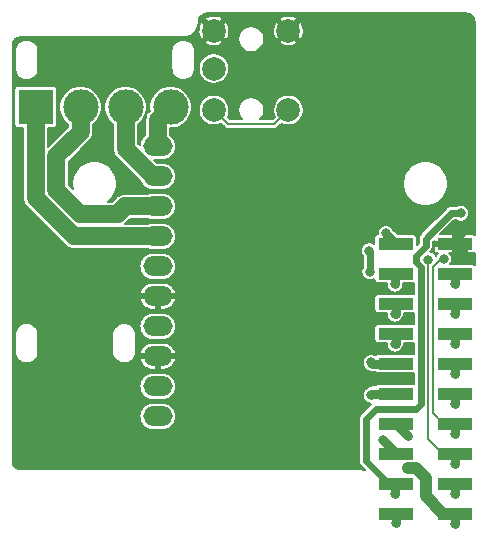
<source format=gtl>
G04 #@! TF.GenerationSoftware,KiCad,Pcbnew,5.1.0*
G04 #@! TF.CreationDate,2019-04-16T15:55:50+02:00*
G04 #@! TF.ProjectId,KXKM_audio_board_for_ESP32,4b584b4d-5f61-4756-9469-6f5f626f6172,1.0*
G04 #@! TF.SameCoordinates,PX82a7440PY6f94740*
G04 #@! TF.FileFunction,Copper,L1,Top*
G04 #@! TF.FilePolarity,Positive*
%FSLAX46Y46*%
G04 Gerber Fmt 4.6, Leading zero omitted, Abs format (unit mm)*
G04 Created by KiCad (PCBNEW 5.1.0) date 2019-04-16 15:55:50*
%MOMM*%
%LPD*%
G04 APERTURE LIST*
%ADD10C,3.800000*%
%ADD11O,2.500000X1.700000*%
%ADD12C,2.999740*%
%ADD13R,2.999740X2.999740*%
%ADD14C,2.000000*%
%ADD15R,3.000000X1.000000*%
%ADD16C,0.800000*%
%ADD17C,0.600000*%
%ADD18C,0.800000*%
%ADD19C,0.200000*%
%ADD20C,1.000000*%
%ADD21C,1.500000*%
G04 APERTURE END LIST*
D10*
X27500000Y27050000D03*
X27500000Y13450000D03*
D11*
X12600000Y32930000D03*
X12600000Y30390000D03*
X12600000Y27850000D03*
X12600000Y25310000D03*
X12600000Y22770000D03*
X12600000Y20230000D03*
X12600000Y17690000D03*
X12600000Y15150000D03*
X12600000Y12610000D03*
X12600000Y10070000D03*
D10*
X27500000Y32000000D03*
X27500000Y11000000D03*
D12*
X13680000Y36250000D03*
X9870000Y36250000D03*
X6060000Y36250000D03*
D13*
X2250000Y36250000D03*
D14*
X23650000Y36000000D03*
X17350000Y36000000D03*
X17350000Y39500000D03*
X23650000Y42700000D03*
X17350000Y42700000D03*
D15*
X37770000Y24680000D03*
X32730000Y24680000D03*
X37770000Y22140000D03*
X32730000Y22140000D03*
X37770000Y19600000D03*
X32730000Y19600000D03*
X37770000Y17060000D03*
X32730000Y17060000D03*
X37770000Y14520000D03*
X32730000Y14520000D03*
X37770000Y11980000D03*
X32730000Y11980000D03*
X37770000Y9440000D03*
X32730000Y9440000D03*
X37770000Y6900000D03*
X32730000Y6900000D03*
X37770000Y4360000D03*
X32730000Y4360000D03*
X37770000Y1820000D03*
X32730000Y1820000D03*
D16*
X38250008Y27250000D03*
X32672000Y3462000D03*
X14250000Y11250000D03*
X9750000Y18750000D03*
X24250000Y14250000D03*
X22250000Y12500000D03*
X21500000Y15749996D03*
X19000000Y21600000D03*
X22100000Y23000000D03*
X21500000Y19900000D03*
X26000000Y23000000D03*
X26000000Y19900000D03*
X23500000Y28600000D03*
X26000000Y28600000D03*
X27500000Y28600000D03*
X24600000Y32000000D03*
X27500000Y17300000D03*
X30750000Y34000000D03*
X31000000Y31750000D03*
X35500000Y34750000D03*
X32750000Y36500000D03*
X38514000Y23528000D03*
X38514000Y25814000D03*
X34649998Y25850002D03*
X35750000Y27000000D03*
X30515684Y24100000D03*
X30545651Y22299978D03*
X32750000Y1000000D03*
X33800000Y5700000D03*
X37752000Y922000D03*
X31910000Y25560000D03*
X37752000Y21242000D03*
X32672000Y21242000D03*
X37752000Y18702000D03*
X32672000Y18702000D03*
X37752000Y11082000D03*
X32672000Y16162000D03*
X37752000Y13622000D03*
X30640000Y14638000D03*
X37752000Y16162000D03*
X30640000Y11844000D03*
X36799065Y23356198D03*
X37752000Y8542000D03*
X33815000Y8415000D03*
X35517181Y23343689D03*
X37752000Y6002000D03*
X31656000Y8034000D03*
X37752000Y3462000D03*
D17*
X31100000Y10700000D02*
X34450000Y10700000D01*
X37434299Y27250000D02*
X37684323Y27250000D01*
X37684323Y27250000D02*
X38250008Y27250000D01*
X32140000Y4360000D02*
X30200000Y6300000D01*
X35300000Y24487868D02*
X35300000Y25115701D01*
X35300000Y25115701D02*
X37434299Y27250000D01*
X34450000Y10700000D02*
X34899990Y11149990D01*
X30200000Y9800000D02*
X31100000Y10700000D01*
X32730000Y4360000D02*
X32140000Y4360000D01*
X34492131Y23679999D02*
X35300000Y24487868D01*
X34899990Y22684272D02*
X34492131Y23092131D01*
X34899990Y11149990D02*
X34899990Y22684272D01*
X30200000Y6300000D02*
X30200000Y9800000D01*
X34492131Y23092131D02*
X34492131Y23679999D01*
D18*
X32672000Y4302000D02*
X32730000Y4360000D01*
X32672000Y3462000D02*
X32672000Y4302000D01*
X38514000Y23936000D02*
X37770000Y24680000D01*
X38514000Y23528000D02*
X38514000Y23936000D01*
X37770000Y24680000D02*
X37770000Y25070000D01*
X37770000Y25070000D02*
X38514000Y25814000D01*
D17*
X30545651Y24070033D02*
X30515684Y24100000D01*
X30545651Y22299978D02*
X30545651Y24070033D01*
D18*
X32730000Y1820000D02*
X32730000Y1020000D01*
X32730000Y1020000D02*
X32750000Y1000000D01*
D19*
X17350000Y36000000D02*
X18550001Y34799999D01*
X22650001Y35000001D02*
X23650000Y36000000D01*
X22449999Y34799999D02*
X22650001Y35000001D01*
X18550001Y34799999D02*
X22449999Y34799999D01*
D20*
X34365685Y5700000D02*
X33800000Y5700000D01*
X34465681Y5700000D02*
X34365685Y5700000D01*
X37770000Y1820000D02*
X36770000Y1820000D01*
X35295000Y4870681D02*
X34465681Y5700000D01*
X35295000Y3295000D02*
X35295000Y4870681D01*
X36770000Y1820000D02*
X35295000Y3295000D01*
D18*
X37752000Y1802000D02*
X37770000Y1820000D01*
X37752000Y922000D02*
X37752000Y1802000D01*
X31910000Y25500000D02*
X32730000Y24680000D01*
X31910000Y25560000D02*
X31910000Y25500000D01*
X37770000Y22140000D02*
X37770000Y21260000D01*
X37770000Y21260000D02*
X37752000Y21242000D01*
X32672000Y22082000D02*
X32730000Y22140000D01*
X32672000Y21242000D02*
X32672000Y22082000D01*
X37752000Y19582000D02*
X37770000Y19600000D01*
X37752000Y18702000D02*
X37752000Y19582000D01*
X32730000Y19600000D02*
X32730000Y18760000D01*
X32730000Y18760000D02*
X32672000Y18702000D01*
X37752000Y11962000D02*
X37770000Y11980000D01*
X37752000Y11082000D02*
X37752000Y11962000D01*
X32730000Y17060000D02*
X32730000Y16220000D01*
X32730000Y16220000D02*
X32672000Y16162000D01*
X37770000Y14520000D02*
X37770000Y13640000D01*
X37770000Y13640000D02*
X37752000Y13622000D01*
X32730000Y14520000D02*
X30758000Y14520000D01*
X30758000Y14520000D02*
X30640000Y14638000D01*
X37752000Y17042000D02*
X37770000Y17060000D01*
X37752000Y16162000D02*
X37752000Y17042000D01*
X30776000Y11980000D02*
X30640000Y11844000D01*
X32730000Y11980000D02*
X30776000Y11980000D01*
D19*
X36556192Y23356198D02*
X36799065Y23356198D01*
X35900011Y22700017D02*
X36556192Y23356198D01*
X35900011Y10309989D02*
X35900011Y22700017D01*
X37770000Y9440000D02*
X36770000Y9440000D01*
X36770000Y9440000D02*
X35900011Y10309989D01*
D18*
X37770000Y9440000D02*
X37770000Y8560000D01*
X37770000Y8560000D02*
X37752000Y8542000D01*
X33755000Y8415000D02*
X32730000Y9440000D01*
X33815000Y8415000D02*
X33755000Y8415000D01*
D19*
X36770000Y6900000D02*
X35500001Y8169999D01*
X37770000Y6900000D02*
X36770000Y6900000D01*
X35500001Y23326509D02*
X35517181Y23343689D01*
X35500001Y8169999D02*
X35500001Y23326509D01*
D18*
X37752000Y6882000D02*
X37770000Y6900000D01*
X37752000Y6002000D02*
X37752000Y6882000D01*
X32730000Y6960000D02*
X32055999Y7634001D01*
X32055999Y7634001D02*
X31656000Y8034000D01*
X32730000Y6900000D02*
X32730000Y6960000D01*
X37770000Y4360000D02*
X37770000Y3480000D01*
X37770000Y3480000D02*
X37752000Y3462000D01*
D21*
X12600000Y35170000D02*
X13680000Y36250000D01*
X12600000Y32930000D02*
X12600000Y35170000D01*
X9870000Y32714402D02*
X9870000Y34128864D01*
X12600000Y30390000D02*
X12194402Y30390000D01*
X9870000Y34128864D02*
X9870000Y36250000D01*
X12194402Y30390000D02*
X9870000Y32714402D01*
X9850000Y27850000D02*
X9199999Y27199999D01*
X4000000Y32068864D02*
X6060000Y34128864D01*
X6060000Y34128864D02*
X6060000Y36250000D01*
X12600000Y27850000D02*
X9850000Y27850000D01*
X9199999Y27199999D02*
X6025999Y27199999D01*
X6025999Y27199999D02*
X4000000Y29225998D01*
X4000000Y29225998D02*
X4000000Y32068864D01*
X2250000Y33250130D02*
X2250000Y36250000D01*
X2250000Y28571820D02*
X2250000Y33250130D01*
X12600000Y25310000D02*
X5511820Y25310000D01*
X5511820Y25310000D02*
X2250000Y28571820D01*
D19*
G36*
X38880805Y44160616D02*
G01*
X39006629Y44122627D01*
X39122675Y44060924D01*
X39224532Y43977852D01*
X39308310Y43876582D01*
X39370819Y43760973D01*
X39409686Y43635414D01*
X39425001Y43489705D01*
X39425001Y25437317D01*
X39385361Y25458505D01*
X39328810Y25475660D01*
X39270000Y25481452D01*
X37999000Y25480000D01*
X37924000Y25405000D01*
X37924000Y24834000D01*
X37944000Y24834000D01*
X37944000Y24526000D01*
X37924000Y24526000D01*
X37924000Y23955000D01*
X37999000Y23880000D01*
X39270000Y23878548D01*
X39328810Y23884340D01*
X39385361Y23901495D01*
X39425001Y23922683D01*
X39425001Y22897316D01*
X39385360Y22918504D01*
X39328810Y22935659D01*
X39270000Y22941451D01*
X37363823Y22941451D01*
X37419397Y23024624D01*
X37472164Y23152016D01*
X37499065Y23287254D01*
X37499065Y23425142D01*
X37472164Y23560380D01*
X37419397Y23687772D01*
X37342791Y23802422D01*
X37265528Y23879685D01*
X37541000Y23880000D01*
X37616000Y23955000D01*
X37616000Y24526000D01*
X36045000Y24526000D01*
X35970000Y24451000D01*
X35968548Y24180000D01*
X35974340Y24121190D01*
X35991495Y24064639D01*
X36019352Y24012522D01*
X36056841Y23966841D01*
X36102522Y23929352D01*
X36154639Y23901495D01*
X36211190Y23884340D01*
X36270000Y23878548D01*
X36331535Y23878618D01*
X36255339Y23802422D01*
X36178733Y23687772D01*
X36155532Y23631760D01*
X36137513Y23675263D01*
X36060907Y23789913D01*
X35963405Y23887415D01*
X35848755Y23964021D01*
X35721363Y24016788D01*
X35684735Y24024074D01*
X35703426Y24042765D01*
X35726317Y24061551D01*
X35801296Y24152913D01*
X35857010Y24257147D01*
X35891318Y24370247D01*
X35900000Y24458394D01*
X35900000Y24458395D01*
X35902903Y24487867D01*
X35900000Y24517341D01*
X35900000Y24867174D01*
X35969850Y24937024D01*
X35970000Y24909000D01*
X36045000Y24834000D01*
X37616000Y24834000D01*
X37616000Y25405000D01*
X37541000Y25480000D01*
X36514000Y25481173D01*
X37682827Y26650000D01*
X37888005Y26650000D01*
X37918434Y26629668D01*
X38045826Y26576901D01*
X38181064Y26550000D01*
X38318952Y26550000D01*
X38454190Y26576901D01*
X38581582Y26629668D01*
X38696232Y26706274D01*
X38793734Y26803776D01*
X38870340Y26918426D01*
X38923107Y27045818D01*
X38950008Y27181056D01*
X38950008Y27318944D01*
X38923107Y27454182D01*
X38870340Y27581574D01*
X38793734Y27696224D01*
X38696232Y27793726D01*
X38581582Y27870332D01*
X38454190Y27923099D01*
X38318952Y27950000D01*
X38181064Y27950000D01*
X38045826Y27923099D01*
X37918434Y27870332D01*
X37888005Y27850000D01*
X37463775Y27850000D01*
X37434299Y27852903D01*
X37316678Y27841319D01*
X37203578Y27807010D01*
X37099344Y27751296D01*
X37007982Y27676317D01*
X36989190Y27653419D01*
X34896582Y25560810D01*
X34873684Y25542018D01*
X34798705Y25450656D01*
X34742990Y25346422D01*
X34727501Y25295360D01*
X34708682Y25233321D01*
X34697097Y25115701D01*
X34700000Y25086227D01*
X34700000Y24736397D01*
X34531451Y24567847D01*
X34531451Y25180000D01*
X34525659Y25238810D01*
X34508504Y25295360D01*
X34480647Y25347477D01*
X34443158Y25393158D01*
X34397477Y25430647D01*
X34345360Y25458504D01*
X34288810Y25475659D01*
X34230000Y25481451D01*
X32918499Y25481451D01*
X32547295Y25852654D01*
X32543554Y25859654D01*
X32530332Y25891574D01*
X32511135Y25920304D01*
X32494845Y25950781D01*
X32472925Y25977490D01*
X32453726Y26006224D01*
X32429287Y26030663D01*
X32407369Y26057370D01*
X32380663Y26079287D01*
X32356224Y26103726D01*
X32327487Y26122928D01*
X32300780Y26144845D01*
X32270308Y26161133D01*
X32241574Y26180332D01*
X32209650Y26193555D01*
X32179174Y26209845D01*
X32146103Y26219877D01*
X32114182Y26233099D01*
X32080295Y26239840D01*
X32047223Y26249872D01*
X32012832Y26253259D01*
X31978944Y26260000D01*
X31944390Y26260000D01*
X31910000Y26263387D01*
X31875610Y26260000D01*
X31841056Y26260000D01*
X31807169Y26253259D01*
X31772776Y26249872D01*
X31739702Y26239839D01*
X31705818Y26233099D01*
X31673900Y26219878D01*
X31640825Y26209845D01*
X31610346Y26193554D01*
X31578426Y26180332D01*
X31549696Y26161135D01*
X31519219Y26144845D01*
X31492510Y26122925D01*
X31463776Y26103726D01*
X31439337Y26079287D01*
X31412630Y26057369D01*
X31390713Y26030663D01*
X31366274Y26006224D01*
X31347072Y25977487D01*
X31325155Y25950780D01*
X31308867Y25920308D01*
X31289668Y25891574D01*
X31276445Y25859650D01*
X31260155Y25829174D01*
X31250123Y25796103D01*
X31236901Y25764182D01*
X31230160Y25730295D01*
X31220128Y25697223D01*
X31216741Y25662832D01*
X31210000Y25628944D01*
X31210000Y25534387D01*
X31206613Y25500000D01*
X31208647Y25479348D01*
X31171190Y25475659D01*
X31114640Y25458504D01*
X31062523Y25430647D01*
X31016842Y25393158D01*
X30979353Y25347477D01*
X30951496Y25295360D01*
X30934341Y25238810D01*
X30928549Y25180000D01*
X30928549Y24666016D01*
X30847258Y24720332D01*
X30719866Y24773099D01*
X30584628Y24800000D01*
X30446740Y24800000D01*
X30311502Y24773099D01*
X30184110Y24720332D01*
X30069460Y24643726D01*
X29971958Y24546224D01*
X29895352Y24431574D01*
X29842585Y24304182D01*
X29815684Y24168944D01*
X29815684Y24031056D01*
X29842585Y23895818D01*
X29895352Y23768426D01*
X29945652Y23693146D01*
X29945651Y22661982D01*
X29925319Y22631552D01*
X29872552Y22504160D01*
X29845651Y22368922D01*
X29845651Y22231034D01*
X29872552Y22095796D01*
X29925319Y21968404D01*
X30001925Y21853754D01*
X30099427Y21756252D01*
X30214077Y21679646D01*
X30341469Y21626879D01*
X30476707Y21599978D01*
X30614595Y21599978D01*
X30749833Y21626879D01*
X30877225Y21679646D01*
X30928549Y21713939D01*
X30928549Y21640000D01*
X30934341Y21581190D01*
X30951496Y21524640D01*
X30979353Y21472523D01*
X31016842Y21426842D01*
X31062523Y21389353D01*
X31114640Y21361496D01*
X31171190Y21344341D01*
X31230000Y21338549D01*
X31972000Y21338549D01*
X31972000Y21173056D01*
X31978741Y21139168D01*
X31982128Y21104777D01*
X31992160Y21071705D01*
X31998901Y21037818D01*
X32012123Y21005897D01*
X32022155Y20972826D01*
X32038445Y20942350D01*
X32051668Y20910426D01*
X32070867Y20881692D01*
X32087155Y20851220D01*
X32109072Y20824513D01*
X32128274Y20795776D01*
X32152713Y20771337D01*
X32174630Y20744631D01*
X32201337Y20722713D01*
X32225776Y20698274D01*
X32254510Y20679075D01*
X32281219Y20657155D01*
X32311696Y20640865D01*
X32340426Y20621668D01*
X32372346Y20608446D01*
X32402825Y20592155D01*
X32435900Y20582122D01*
X32467818Y20568901D01*
X32501702Y20562161D01*
X32534776Y20552128D01*
X32569169Y20548741D01*
X32603056Y20542000D01*
X32637610Y20542000D01*
X32672000Y20538613D01*
X32706390Y20542000D01*
X32740944Y20542000D01*
X32774832Y20548741D01*
X32809223Y20552128D01*
X32842295Y20562160D01*
X32876182Y20568901D01*
X32908103Y20582123D01*
X32941174Y20592155D01*
X32971650Y20608445D01*
X33003574Y20621668D01*
X33032308Y20640867D01*
X33062780Y20657155D01*
X33089487Y20679072D01*
X33118224Y20698274D01*
X33142663Y20722713D01*
X33169369Y20744630D01*
X33191287Y20771337D01*
X33215726Y20795776D01*
X33234925Y20824510D01*
X33256845Y20851219D01*
X33273135Y20881696D01*
X33292332Y20910426D01*
X33305554Y20942346D01*
X33321845Y20972825D01*
X33331878Y21005900D01*
X33345099Y21037818D01*
X33351839Y21071702D01*
X33361872Y21104776D01*
X33365259Y21139169D01*
X33372000Y21173056D01*
X33372000Y21338549D01*
X34230000Y21338549D01*
X34288810Y21344341D01*
X34299991Y21347733D01*
X34299991Y20392267D01*
X34288810Y20395659D01*
X34230000Y20401451D01*
X31230000Y20401451D01*
X31171190Y20395659D01*
X31114640Y20378504D01*
X31062523Y20350647D01*
X31016842Y20313158D01*
X30979353Y20267477D01*
X30951496Y20215360D01*
X30934341Y20158810D01*
X30928549Y20100000D01*
X30928549Y19100000D01*
X30934341Y19041190D01*
X30951496Y18984640D01*
X30979353Y18932523D01*
X31016842Y18886842D01*
X31062523Y18849353D01*
X31114640Y18821496D01*
X31171190Y18804341D01*
X31230000Y18798549D01*
X31977491Y18798549D01*
X31972000Y18770944D01*
X31972000Y18736387D01*
X31968613Y18702000D01*
X31972000Y18667613D01*
X31972000Y18633056D01*
X31978742Y18599161D01*
X31982129Y18564777D01*
X31992159Y18531712D01*
X31998901Y18497818D01*
X32012124Y18465895D01*
X32022155Y18432826D01*
X32038445Y18402349D01*
X32051668Y18370426D01*
X32070865Y18341695D01*
X32087155Y18311219D01*
X32109074Y18284511D01*
X32128274Y18255776D01*
X32152716Y18231334D01*
X32174631Y18204631D01*
X32201334Y18182716D01*
X32225776Y18158274D01*
X32254511Y18139074D01*
X32281219Y18117155D01*
X32311695Y18100865D01*
X32340426Y18081668D01*
X32372349Y18068445D01*
X32402826Y18052155D01*
X32435895Y18042124D01*
X32467818Y18028901D01*
X32501712Y18022159D01*
X32534777Y18012129D01*
X32569161Y18008742D01*
X32603056Y18002000D01*
X32637613Y18002000D01*
X32672000Y17998613D01*
X32706387Y18002000D01*
X32740944Y18002000D01*
X32774839Y18008742D01*
X32809223Y18012129D01*
X32842288Y18022159D01*
X32876182Y18028901D01*
X32908105Y18042124D01*
X32941174Y18052155D01*
X32971651Y18068445D01*
X33003574Y18081668D01*
X33032305Y18100865D01*
X33062781Y18117155D01*
X33089490Y18139075D01*
X33118224Y18158274D01*
X33200659Y18240709D01*
X33227370Y18262630D01*
X33314845Y18369219D01*
X33379845Y18490825D01*
X33419872Y18622776D01*
X33430000Y18725610D01*
X33430000Y18725612D01*
X33433387Y18759999D01*
X33430000Y18794386D01*
X33430000Y18798549D01*
X34230000Y18798549D01*
X34288810Y18804341D01*
X34299991Y18807733D01*
X34299991Y17852267D01*
X34288810Y17855659D01*
X34230000Y17861451D01*
X31230000Y17861451D01*
X31171190Y17855659D01*
X31114640Y17838504D01*
X31062523Y17810647D01*
X31016842Y17773158D01*
X30979353Y17727477D01*
X30951496Y17675360D01*
X30934341Y17618810D01*
X30928549Y17560000D01*
X30928549Y16560000D01*
X30934341Y16501190D01*
X30951496Y16444640D01*
X30979353Y16392523D01*
X31016842Y16346842D01*
X31062523Y16309353D01*
X31114640Y16281496D01*
X31171190Y16264341D01*
X31230000Y16258549D01*
X31977491Y16258549D01*
X31972000Y16230944D01*
X31972000Y16196387D01*
X31968613Y16162000D01*
X31972000Y16127613D01*
X31972000Y16093056D01*
X31978742Y16059161D01*
X31982129Y16024777D01*
X31992159Y15991712D01*
X31998901Y15957818D01*
X32012124Y15925895D01*
X32022155Y15892826D01*
X32038445Y15862349D01*
X32051668Y15830426D01*
X32070865Y15801695D01*
X32087155Y15771219D01*
X32109074Y15744511D01*
X32128274Y15715776D01*
X32152716Y15691334D01*
X32174631Y15664631D01*
X32201334Y15642716D01*
X32225776Y15618274D01*
X32254511Y15599074D01*
X32281219Y15577155D01*
X32311695Y15560865D01*
X32340426Y15541668D01*
X32372349Y15528445D01*
X32402826Y15512155D01*
X32435895Y15502124D01*
X32467818Y15488901D01*
X32501712Y15482159D01*
X32534777Y15472129D01*
X32569161Y15468742D01*
X32603056Y15462000D01*
X32637613Y15462000D01*
X32672000Y15458613D01*
X32706387Y15462000D01*
X32740944Y15462000D01*
X32774839Y15468742D01*
X32809223Y15472129D01*
X32842288Y15482159D01*
X32876182Y15488901D01*
X32908105Y15502124D01*
X32941174Y15512155D01*
X32971651Y15528445D01*
X33003574Y15541668D01*
X33032305Y15560865D01*
X33062781Y15577155D01*
X33089490Y15599075D01*
X33118224Y15618274D01*
X33200659Y15700709D01*
X33227370Y15722630D01*
X33314845Y15829219D01*
X33379845Y15950825D01*
X33419872Y16082776D01*
X33430000Y16185610D01*
X33430000Y16185612D01*
X33433387Y16219999D01*
X33430000Y16254386D01*
X33430000Y16258549D01*
X34230000Y16258549D01*
X34288810Y16264341D01*
X34299990Y16267733D01*
X34299990Y15312267D01*
X34288810Y15315659D01*
X34230000Y15321451D01*
X31230000Y15321451D01*
X31171190Y15315659D01*
X31114640Y15298504D01*
X31062523Y15270647D01*
X31016842Y15233158D01*
X31015209Y15231168D01*
X31000305Y15239135D01*
X30971574Y15258332D01*
X30939651Y15271555D01*
X30909174Y15287845D01*
X30876105Y15297876D01*
X30844182Y15311099D01*
X30810288Y15317841D01*
X30777223Y15327871D01*
X30742839Y15331258D01*
X30708944Y15338000D01*
X30674387Y15338000D01*
X30640000Y15341387D01*
X30605613Y15338000D01*
X30571056Y15338000D01*
X30537161Y15331258D01*
X30502777Y15327871D01*
X30469712Y15317841D01*
X30435818Y15311099D01*
X30403895Y15297876D01*
X30370826Y15287845D01*
X30340349Y15271555D01*
X30308426Y15258332D01*
X30279695Y15239135D01*
X30249219Y15222845D01*
X30222511Y15200926D01*
X30193776Y15181726D01*
X30169334Y15157284D01*
X30142631Y15135369D01*
X30120716Y15108666D01*
X30096274Y15084224D01*
X30077074Y15055489D01*
X30055155Y15028781D01*
X30038865Y14998305D01*
X30019668Y14969574D01*
X30006445Y14937651D01*
X29990155Y14907174D01*
X29980124Y14874105D01*
X29966901Y14842182D01*
X29960159Y14808288D01*
X29950129Y14775223D01*
X29946742Y14740839D01*
X29940000Y14706944D01*
X29940000Y14672387D01*
X29936613Y14638000D01*
X29940000Y14603613D01*
X29940000Y14569056D01*
X29946742Y14535161D01*
X29950129Y14500777D01*
X29960159Y14467712D01*
X29966901Y14433818D01*
X29980124Y14401895D01*
X29990155Y14368826D01*
X30006445Y14338349D01*
X30019668Y14306426D01*
X30038865Y14277695D01*
X30055155Y14247219D01*
X30077075Y14220510D01*
X30096274Y14191776D01*
X30193776Y14094274D01*
X30193779Y14094272D01*
X30238704Y14049347D01*
X30260630Y14022630D01*
X30367219Y13935155D01*
X30488825Y13870155D01*
X30620776Y13830128D01*
X30723610Y13820000D01*
X30723612Y13820000D01*
X30757999Y13816613D01*
X30792386Y13820000D01*
X31006044Y13820000D01*
X31016842Y13806842D01*
X31062523Y13769353D01*
X31114640Y13741496D01*
X31171190Y13724341D01*
X31230000Y13718549D01*
X34230000Y13718549D01*
X34288810Y13724341D01*
X34299990Y13727733D01*
X34299990Y12772267D01*
X34288810Y12775659D01*
X34230000Y12781451D01*
X31230000Y12781451D01*
X31171190Y12775659D01*
X31114640Y12758504D01*
X31062523Y12730647D01*
X31016842Y12693158D01*
X31006044Y12680000D01*
X30810386Y12680000D01*
X30775999Y12683387D01*
X30741612Y12680000D01*
X30741610Y12680000D01*
X30638776Y12669872D01*
X30506825Y12629845D01*
X30385219Y12564845D01*
X30278630Y12477370D01*
X30256704Y12450653D01*
X30193779Y12387728D01*
X30193776Y12387726D01*
X30096274Y12290224D01*
X30077075Y12261490D01*
X30055155Y12234781D01*
X30038865Y12204305D01*
X30019668Y12175574D01*
X30006445Y12143651D01*
X29990155Y12113174D01*
X29980124Y12080105D01*
X29966901Y12048182D01*
X29960159Y12014288D01*
X29950129Y11981223D01*
X29946742Y11946839D01*
X29940000Y11912944D01*
X29940000Y11878387D01*
X29936613Y11844000D01*
X29940000Y11809613D01*
X29940000Y11775056D01*
X29946742Y11741161D01*
X29950129Y11706777D01*
X29960159Y11673712D01*
X29966901Y11639818D01*
X29980124Y11607895D01*
X29990155Y11574826D01*
X30006445Y11544349D01*
X30019668Y11512426D01*
X30038865Y11483695D01*
X30055155Y11453219D01*
X30077074Y11426511D01*
X30096274Y11397776D01*
X30120716Y11373334D01*
X30142631Y11346631D01*
X30169334Y11324716D01*
X30193776Y11300274D01*
X30222511Y11281074D01*
X30249219Y11259155D01*
X30279695Y11242865D01*
X30308426Y11223668D01*
X30340349Y11210445D01*
X30370826Y11194155D01*
X30403895Y11184124D01*
X30435818Y11170901D01*
X30469712Y11164159D01*
X30502777Y11154129D01*
X30537161Y11150742D01*
X30571056Y11144000D01*
X30605613Y11144000D01*
X30640000Y11140613D01*
X30674387Y11144000D01*
X30695230Y11144000D01*
X30673683Y11126317D01*
X30654894Y11103422D01*
X29796581Y10245108D01*
X29773684Y10226317D01*
X29698705Y10134955D01*
X29672905Y10086686D01*
X29642991Y10030721D01*
X29608682Y9917620D01*
X29597097Y9800000D01*
X29600001Y9770516D01*
X29600000Y6329474D01*
X29597097Y6300000D01*
X29602132Y6248883D01*
X29608682Y6182380D01*
X29642990Y6069280D01*
X29698704Y5965046D01*
X29773683Y5873683D01*
X29796586Y5854887D01*
X30140191Y5511282D01*
X30038169Y5542084D01*
X30009285Y5547803D01*
X29980462Y5553929D01*
X29975948Y5554404D01*
X29781715Y5573449D01*
X29781708Y5573449D01*
X29765961Y5575000D01*
X1015896Y5575000D01*
X869195Y5589384D01*
X743371Y5627373D01*
X627325Y5689076D01*
X525469Y5772147D01*
X441693Y5873414D01*
X379181Y5989027D01*
X340313Y6114590D01*
X325000Y6260284D01*
X325000Y10070000D01*
X11044436Y10070000D01*
X11066640Y9844561D01*
X11132398Y9627785D01*
X11239184Y9428003D01*
X11382893Y9252893D01*
X11558003Y9109184D01*
X11757785Y9002398D01*
X11974561Y8936640D01*
X12143508Y8920000D01*
X13056492Y8920000D01*
X13225439Y8936640D01*
X13442215Y9002398D01*
X13641997Y9109184D01*
X13817107Y9252893D01*
X13960816Y9428003D01*
X14067602Y9627785D01*
X14133360Y9844561D01*
X14155564Y10070000D01*
X14133360Y10295439D01*
X14067602Y10512215D01*
X13960816Y10711997D01*
X13817107Y10887107D01*
X13641997Y11030816D01*
X13442215Y11137602D01*
X13225439Y11203360D01*
X13056492Y11220000D01*
X12143508Y11220000D01*
X11974561Y11203360D01*
X11757785Y11137602D01*
X11558003Y11030816D01*
X11382893Y10887107D01*
X11239184Y10711997D01*
X11132398Y10512215D01*
X11066640Y10295439D01*
X11044436Y10070000D01*
X325000Y10070000D01*
X325000Y12610000D01*
X11044436Y12610000D01*
X11066640Y12384561D01*
X11132398Y12167785D01*
X11239184Y11968003D01*
X11382893Y11792893D01*
X11558003Y11649184D01*
X11757785Y11542398D01*
X11974561Y11476640D01*
X12143508Y11460000D01*
X13056492Y11460000D01*
X13225439Y11476640D01*
X13442215Y11542398D01*
X13641997Y11649184D01*
X13817107Y11792893D01*
X13960816Y11968003D01*
X14067602Y12167785D01*
X14133360Y12384561D01*
X14155564Y12610000D01*
X14133360Y12835439D01*
X14067602Y13052215D01*
X13960816Y13251997D01*
X13817107Y13427107D01*
X13641997Y13570816D01*
X13442215Y13677602D01*
X13225439Y13743360D01*
X13056492Y13760000D01*
X12143508Y13760000D01*
X11974561Y13743360D01*
X11757785Y13677602D01*
X11558003Y13570816D01*
X11382893Y13427107D01*
X11239184Y13251997D01*
X11132398Y13052215D01*
X11066640Y12835439D01*
X11044436Y12610000D01*
X325000Y12610000D01*
X325000Y16999119D01*
X500000Y16999119D01*
X500001Y15500880D01*
X514471Y15353966D01*
X571652Y15165465D01*
X664509Y14991742D01*
X789473Y14839472D01*
X941743Y14714508D01*
X1115466Y14621651D01*
X1303967Y14564470D01*
X1500000Y14545162D01*
X1696034Y14564470D01*
X1884535Y14621651D01*
X2058258Y14714508D01*
X2210528Y14839472D01*
X2335492Y14991742D01*
X2428349Y15165465D01*
X2485530Y15353966D01*
X2500000Y15500880D01*
X2500000Y16999119D01*
X8750000Y16999119D01*
X8750001Y15500880D01*
X8764471Y15353966D01*
X8821652Y15165465D01*
X8914509Y14991742D01*
X9039473Y14839472D01*
X9191743Y14714508D01*
X9365466Y14621651D01*
X9553967Y14564470D01*
X9750000Y14545162D01*
X9946034Y14564470D01*
X10134535Y14621651D01*
X10308258Y14714508D01*
X10436334Y14819617D01*
X11098480Y14819617D01*
X11158251Y14639141D01*
X11277932Y14445722D01*
X11433047Y14279368D01*
X11617636Y14146472D01*
X11824605Y14052141D01*
X12046000Y14000000D01*
X12446000Y14000000D01*
X12446000Y14996000D01*
X12754000Y14996000D01*
X12754000Y14000000D01*
X13154000Y14000000D01*
X13375395Y14052141D01*
X13582364Y14146472D01*
X13766953Y14279368D01*
X13922068Y14445722D01*
X14041749Y14639141D01*
X14101520Y14819617D01*
X14063912Y14996000D01*
X12754000Y14996000D01*
X12446000Y14996000D01*
X11136088Y14996000D01*
X11098480Y14819617D01*
X10436334Y14819617D01*
X10460528Y14839472D01*
X10585492Y14991742D01*
X10678349Y15165465D01*
X10735530Y15353966D01*
X10747981Y15480383D01*
X11098480Y15480383D01*
X11136088Y15304000D01*
X12446000Y15304000D01*
X12446000Y15324000D01*
X12754000Y15324000D01*
X12754000Y15304000D01*
X14063912Y15304000D01*
X14101520Y15480383D01*
X14041749Y15660859D01*
X13922068Y15854278D01*
X13766953Y16020632D01*
X13582364Y16153528D01*
X13375395Y16247859D01*
X13154000Y16300000D01*
X12046000Y16300000D01*
X11824605Y16247859D01*
X11617636Y16153528D01*
X11433047Y16020632D01*
X11277932Y15854278D01*
X11158251Y15660859D01*
X11098480Y15480383D01*
X10747981Y15480383D01*
X10750000Y15500880D01*
X10750000Y16999120D01*
X10735530Y17146034D01*
X10678349Y17334535D01*
X10585492Y17508258D01*
X10460528Y17660528D01*
X10424617Y17690000D01*
X11044436Y17690000D01*
X11066640Y17464561D01*
X11132398Y17247785D01*
X11239184Y17048003D01*
X11382893Y16872893D01*
X11558003Y16729184D01*
X11757785Y16622398D01*
X11974561Y16556640D01*
X12143508Y16540000D01*
X13056492Y16540000D01*
X13225439Y16556640D01*
X13442215Y16622398D01*
X13641997Y16729184D01*
X13817107Y16872893D01*
X13960816Y17048003D01*
X14067602Y17247785D01*
X14133360Y17464561D01*
X14155564Y17690000D01*
X14133360Y17915439D01*
X14067602Y18132215D01*
X13960816Y18331997D01*
X13817107Y18507107D01*
X13641997Y18650816D01*
X13442215Y18757602D01*
X13225439Y18823360D01*
X13056492Y18840000D01*
X12143508Y18840000D01*
X11974561Y18823360D01*
X11757785Y18757602D01*
X11558003Y18650816D01*
X11382893Y18507107D01*
X11239184Y18331997D01*
X11132398Y18132215D01*
X11066640Y17915439D01*
X11044436Y17690000D01*
X10424617Y17690000D01*
X10308258Y17785492D01*
X10134534Y17878349D01*
X9946033Y17935530D01*
X9750000Y17954838D01*
X9553966Y17935530D01*
X9365465Y17878349D01*
X9191742Y17785492D01*
X9039472Y17660528D01*
X8914508Y17508258D01*
X8821651Y17334534D01*
X8764470Y17146033D01*
X8750000Y16999119D01*
X2500000Y16999119D01*
X2500000Y16999120D01*
X2485530Y17146034D01*
X2428349Y17334535D01*
X2335492Y17508258D01*
X2210528Y17660528D01*
X2058258Y17785492D01*
X1884534Y17878349D01*
X1696033Y17935530D01*
X1500000Y17954838D01*
X1303966Y17935530D01*
X1115465Y17878349D01*
X941742Y17785492D01*
X789472Y17660528D01*
X664508Y17508258D01*
X571651Y17334534D01*
X514470Y17146033D01*
X500000Y16999119D01*
X325000Y16999119D01*
X325000Y19899617D01*
X11098480Y19899617D01*
X11158251Y19719141D01*
X11277932Y19525722D01*
X11433047Y19359368D01*
X11617636Y19226472D01*
X11824605Y19132141D01*
X12046000Y19080000D01*
X12446000Y19080000D01*
X12446000Y20076000D01*
X12754000Y20076000D01*
X12754000Y19080000D01*
X13154000Y19080000D01*
X13375395Y19132141D01*
X13582364Y19226472D01*
X13766953Y19359368D01*
X13922068Y19525722D01*
X14041749Y19719141D01*
X14101520Y19899617D01*
X14063912Y20076000D01*
X12754000Y20076000D01*
X12446000Y20076000D01*
X11136088Y20076000D01*
X11098480Y19899617D01*
X325000Y19899617D01*
X325000Y20560383D01*
X11098480Y20560383D01*
X11136088Y20384000D01*
X12446000Y20384000D01*
X12446000Y20404000D01*
X12754000Y20404000D01*
X12754000Y20384000D01*
X14063912Y20384000D01*
X14101520Y20560383D01*
X14041749Y20740859D01*
X13922068Y20934278D01*
X13766953Y21100632D01*
X13582364Y21233528D01*
X13375395Y21327859D01*
X13154000Y21380000D01*
X12046000Y21380000D01*
X11824605Y21327859D01*
X11617636Y21233528D01*
X11433047Y21100632D01*
X11277932Y20934278D01*
X11158251Y20740859D01*
X11098480Y20560383D01*
X325000Y20560383D01*
X325000Y22770000D01*
X11044436Y22770000D01*
X11066640Y22544561D01*
X11132398Y22327785D01*
X11239184Y22128003D01*
X11382893Y21952893D01*
X11558003Y21809184D01*
X11757785Y21702398D01*
X11974561Y21636640D01*
X12143508Y21620000D01*
X13056492Y21620000D01*
X13225439Y21636640D01*
X13442215Y21702398D01*
X13641997Y21809184D01*
X13817107Y21952893D01*
X13960816Y22128003D01*
X14067602Y22327785D01*
X14133360Y22544561D01*
X14155564Y22770000D01*
X14133360Y22995439D01*
X14067602Y23212215D01*
X13960816Y23411997D01*
X13817107Y23587107D01*
X13641997Y23730816D01*
X13442215Y23837602D01*
X13225439Y23903360D01*
X13056492Y23920000D01*
X12143508Y23920000D01*
X11974561Y23903360D01*
X11757785Y23837602D01*
X11558003Y23730816D01*
X11382893Y23587107D01*
X11239184Y23411997D01*
X11132398Y23212215D01*
X11066640Y22995439D01*
X11044436Y22770000D01*
X325000Y22770000D01*
X325000Y37749870D01*
X448679Y37749870D01*
X448679Y34750130D01*
X454471Y34691320D01*
X471626Y34634770D01*
X499483Y34582653D01*
X536972Y34536972D01*
X582653Y34499483D01*
X634770Y34471626D01*
X691320Y34454471D01*
X750130Y34448679D01*
X1200000Y34448679D01*
X1200000Y33198553D01*
X1200001Y33198543D01*
X1200000Y28623388D01*
X1194921Y28571820D01*
X1200000Y28520252D01*
X1200000Y28520243D01*
X1215193Y28365985D01*
X1275233Y28168059D01*
X1372733Y27985649D01*
X1503946Y27825766D01*
X1544014Y27792883D01*
X4732892Y24604003D01*
X4765766Y24563946D01*
X4805823Y24531072D01*
X4805828Y24531067D01*
X4925648Y24432733D01*
X5108058Y24335233D01*
X5305984Y24275193D01*
X5460242Y24260000D01*
X5460251Y24260000D01*
X5511819Y24254921D01*
X5563387Y24260000D01*
X11724854Y24260000D01*
X11757785Y24242398D01*
X11974561Y24176640D01*
X12143508Y24160000D01*
X13056492Y24160000D01*
X13225439Y24176640D01*
X13442215Y24242398D01*
X13641997Y24349184D01*
X13817107Y24492893D01*
X13960816Y24668003D01*
X14067602Y24867785D01*
X14133360Y25084561D01*
X14155564Y25310000D01*
X14133360Y25535439D01*
X14067602Y25752215D01*
X13960816Y25951997D01*
X13817107Y26127107D01*
X13641997Y26270816D01*
X13442215Y26377602D01*
X13225439Y26443360D01*
X13056492Y26460000D01*
X12143508Y26460000D01*
X11974561Y26443360D01*
X11757785Y26377602D01*
X11724854Y26360000D01*
X9831581Y26360000D01*
X9946053Y26453945D01*
X9978936Y26494013D01*
X10284924Y26800000D01*
X11724854Y26800000D01*
X11757785Y26782398D01*
X11974561Y26716640D01*
X12143508Y26700000D01*
X13056492Y26700000D01*
X13225439Y26716640D01*
X13442215Y26782398D01*
X13641997Y26889184D01*
X13817107Y27032893D01*
X13960816Y27208003D01*
X14067602Y27407785D01*
X14133360Y27624561D01*
X14155564Y27850000D01*
X14133360Y28075439D01*
X14067602Y28292215D01*
X13960816Y28491997D01*
X13817107Y28667107D01*
X13641997Y28810816D01*
X13442215Y28917602D01*
X13225439Y28983360D01*
X13056492Y29000000D01*
X12143508Y29000000D01*
X11974561Y28983360D01*
X11757785Y28917602D01*
X11724854Y28900000D01*
X9901567Y28900000D01*
X9849999Y28905079D01*
X9798431Y28900000D01*
X9798422Y28900000D01*
X9644164Y28884807D01*
X9446238Y28824767D01*
X9263829Y28727267D01*
X9103946Y28596054D01*
X9071067Y28555991D01*
X8765076Y28249999D01*
X8424999Y28249999D01*
X8461179Y28274174D01*
X8725826Y28538821D01*
X8933758Y28850013D01*
X9076984Y29195791D01*
X9150000Y29562866D01*
X9150000Y29937134D01*
X9076984Y30304209D01*
X8933758Y30649987D01*
X8725826Y30961179D01*
X8461179Y31225826D01*
X8149987Y31433758D01*
X7804209Y31576984D01*
X7437134Y31650000D01*
X7062866Y31650000D01*
X6695791Y31576984D01*
X6350013Y31433758D01*
X6038821Y31225826D01*
X5774174Y30961179D01*
X5566242Y30649987D01*
X5423016Y30304209D01*
X5350000Y29937134D01*
X5350000Y29562866D01*
X5400144Y29310778D01*
X5050000Y29660921D01*
X5050000Y31633941D01*
X6765991Y33349931D01*
X6806054Y33382810D01*
X6937267Y33542693D01*
X7034767Y33725102D01*
X7094807Y33923028D01*
X7110000Y34077286D01*
X7110000Y34077296D01*
X7115079Y34128864D01*
X7110000Y34180432D01*
X7110000Y34786903D01*
X7207350Y34851950D01*
X7458050Y35102650D01*
X7655024Y35397442D01*
X7790702Y35724997D01*
X7859870Y36072728D01*
X7859870Y36427272D01*
X8070130Y36427272D01*
X8070130Y36072728D01*
X8139298Y35724997D01*
X8274976Y35397442D01*
X8471950Y35102650D01*
X8722650Y34851950D01*
X8820000Y34786903D01*
X8820000Y32765970D01*
X8814921Y32714402D01*
X8820000Y32662834D01*
X8820000Y32662825D01*
X8835193Y32508567D01*
X8895233Y32310641D01*
X8992733Y32128231D01*
X9123946Y31968348D01*
X9164014Y31935465D01*
X11123996Y29975482D01*
X11132398Y29947785D01*
X11239184Y29748003D01*
X11382893Y29572893D01*
X11558003Y29429184D01*
X11757785Y29322398D01*
X11974561Y29256640D01*
X12143508Y29240000D01*
X13056492Y29240000D01*
X13225439Y29256640D01*
X13442215Y29322398D01*
X13641997Y29429184D01*
X13817107Y29572893D01*
X13960816Y29748003D01*
X14061908Y29937134D01*
X33350000Y29937134D01*
X33350000Y29562866D01*
X33423016Y29195791D01*
X33566242Y28850013D01*
X33774174Y28538821D01*
X34038821Y28274174D01*
X34350013Y28066242D01*
X34695791Y27923016D01*
X35062866Y27850000D01*
X35437134Y27850000D01*
X35804209Y27923016D01*
X36149987Y28066242D01*
X36461179Y28274174D01*
X36725826Y28538821D01*
X36933758Y28850013D01*
X37076984Y29195791D01*
X37150000Y29562866D01*
X37150000Y29937134D01*
X37076984Y30304209D01*
X36933758Y30649987D01*
X36725826Y30961179D01*
X36461179Y31225826D01*
X36149987Y31433758D01*
X35804209Y31576984D01*
X35437134Y31650000D01*
X35062866Y31650000D01*
X34695791Y31576984D01*
X34350013Y31433758D01*
X34038821Y31225826D01*
X33774174Y30961179D01*
X33566242Y30649987D01*
X33423016Y30304209D01*
X33350000Y29937134D01*
X14061908Y29937134D01*
X14067602Y29947785D01*
X14133360Y30164561D01*
X14155564Y30390000D01*
X14133360Y30615439D01*
X14067602Y30832215D01*
X13960816Y31031997D01*
X13817107Y31207107D01*
X13641997Y31350816D01*
X13442215Y31457602D01*
X13225439Y31523360D01*
X13056492Y31540000D01*
X12529326Y31540000D01*
X12289326Y31780000D01*
X13056492Y31780000D01*
X13225439Y31796640D01*
X13442215Y31862398D01*
X13641997Y31969184D01*
X13817107Y32112893D01*
X13960816Y32288003D01*
X14067602Y32487785D01*
X14133360Y32704561D01*
X14155564Y32930000D01*
X14133360Y33155439D01*
X14067602Y33372215D01*
X13960816Y33571997D01*
X13817107Y33747107D01*
X13650000Y33884248D01*
X13650000Y34450130D01*
X13857272Y34450130D01*
X14205003Y34519298D01*
X14532558Y34654976D01*
X14827350Y34851950D01*
X15078050Y35102650D01*
X15275024Y35397442D01*
X15410702Y35724997D01*
X15479870Y36072728D01*
X15479870Y36128039D01*
X16050000Y36128039D01*
X16050000Y35871961D01*
X16099958Y35620804D01*
X16197955Y35384219D01*
X16340224Y35171298D01*
X16521298Y34990224D01*
X16734219Y34847955D01*
X16970804Y34749958D01*
X17221961Y34700000D01*
X17478039Y34700000D01*
X17729196Y34749958D01*
X17944977Y34839338D01*
X18253264Y34531051D01*
X18265790Y34515788D01*
X18326698Y34465802D01*
X18396187Y34428659D01*
X18471587Y34405787D01*
X18550001Y34398064D01*
X18569648Y34399999D01*
X22430353Y34399999D01*
X22449999Y34398064D01*
X22469645Y34399999D01*
X22469646Y34399999D01*
X22528413Y34405787D01*
X22603813Y34428659D01*
X22673302Y34465802D01*
X22734210Y34515788D01*
X22746737Y34531052D01*
X22918946Y34703262D01*
X22918951Y34703266D01*
X23055023Y34839338D01*
X23270804Y34749958D01*
X23521961Y34700000D01*
X23778039Y34700000D01*
X24029196Y34749958D01*
X24265781Y34847955D01*
X24478702Y34990224D01*
X24659776Y35171298D01*
X24802045Y35384219D01*
X24900042Y35620804D01*
X24950000Y35871961D01*
X24950000Y36128039D01*
X24900042Y36379196D01*
X24802045Y36615781D01*
X24659776Y36828702D01*
X24478702Y37009776D01*
X24265781Y37152045D01*
X24029196Y37250042D01*
X23778039Y37300000D01*
X23521961Y37300000D01*
X23270804Y37250042D01*
X23034219Y37152045D01*
X22821298Y37009776D01*
X22640224Y36828702D01*
X22497955Y36615781D01*
X22399958Y36379196D01*
X22350000Y36128039D01*
X22350000Y35871961D01*
X22399958Y35620804D01*
X22489338Y35405023D01*
X22353266Y35268951D01*
X22353262Y35268946D01*
X22284315Y35199999D01*
X21255633Y35199999D01*
X21354425Y35298791D01*
X21474807Y35478955D01*
X21557727Y35679142D01*
X21600000Y35891659D01*
X21600000Y36108341D01*
X21557727Y36320858D01*
X21474807Y36521045D01*
X21354425Y36701209D01*
X21201209Y36854425D01*
X21021045Y36974807D01*
X20820858Y37057727D01*
X20608341Y37100000D01*
X20391659Y37100000D01*
X20179142Y37057727D01*
X19978955Y36974807D01*
X19798791Y36854425D01*
X19645575Y36701209D01*
X19525193Y36521045D01*
X19442273Y36320858D01*
X19400000Y36108341D01*
X19400000Y35891659D01*
X19442273Y35679142D01*
X19525193Y35478955D01*
X19645575Y35298791D01*
X19744367Y35199999D01*
X18715686Y35199999D01*
X18510662Y35405023D01*
X18600042Y35620804D01*
X18650000Y35871961D01*
X18650000Y36128039D01*
X18600042Y36379196D01*
X18502045Y36615781D01*
X18359776Y36828702D01*
X18178702Y37009776D01*
X17965781Y37152045D01*
X17729196Y37250042D01*
X17478039Y37300000D01*
X17221961Y37300000D01*
X16970804Y37250042D01*
X16734219Y37152045D01*
X16521298Y37009776D01*
X16340224Y36828702D01*
X16197955Y36615781D01*
X16099958Y36379196D01*
X16050000Y36128039D01*
X15479870Y36128039D01*
X15479870Y36427272D01*
X15410702Y36775003D01*
X15275024Y37102558D01*
X15078050Y37397350D01*
X14827350Y37648050D01*
X14532558Y37845024D01*
X14205003Y37980702D01*
X13857272Y38049870D01*
X13502728Y38049870D01*
X13154997Y37980702D01*
X12827442Y37845024D01*
X12532650Y37648050D01*
X12281950Y37397350D01*
X12084976Y37102558D01*
X11949298Y36775003D01*
X11880130Y36427272D01*
X11880130Y36072728D01*
X11902972Y35957895D01*
X11894009Y35948932D01*
X11853947Y35916054D01*
X11821068Y35875991D01*
X11821067Y35875990D01*
X11722733Y35756171D01*
X11625233Y35573761D01*
X11565194Y35375835D01*
X11544921Y35170000D01*
X11550001Y35118422D01*
X11550000Y33884248D01*
X11382893Y33747107D01*
X11239184Y33571997D01*
X11132398Y33372215D01*
X11066640Y33155439D01*
X11052944Y33016381D01*
X10920000Y33149325D01*
X10920000Y34786903D01*
X11017350Y34851950D01*
X11268050Y35102650D01*
X11465024Y35397442D01*
X11600702Y35724997D01*
X11669870Y36072728D01*
X11669870Y36427272D01*
X11600702Y36775003D01*
X11465024Y37102558D01*
X11268050Y37397350D01*
X11017350Y37648050D01*
X10722558Y37845024D01*
X10395003Y37980702D01*
X10047272Y38049870D01*
X9692728Y38049870D01*
X9344997Y37980702D01*
X9017442Y37845024D01*
X8722650Y37648050D01*
X8471950Y37397350D01*
X8274976Y37102558D01*
X8139298Y36775003D01*
X8070130Y36427272D01*
X7859870Y36427272D01*
X7790702Y36775003D01*
X7655024Y37102558D01*
X7458050Y37397350D01*
X7207350Y37648050D01*
X6912558Y37845024D01*
X6585003Y37980702D01*
X6237272Y38049870D01*
X5882728Y38049870D01*
X5534997Y37980702D01*
X5207442Y37845024D01*
X4912650Y37648050D01*
X4661950Y37397350D01*
X4464976Y37102558D01*
X4329298Y36775003D01*
X4260130Y36427272D01*
X4260130Y36072728D01*
X4329298Y35724997D01*
X4464976Y35397442D01*
X4661950Y35102650D01*
X4912650Y34851950D01*
X5010000Y34786903D01*
X5010000Y34563788D01*
X3300000Y32853787D01*
X3300000Y34448679D01*
X3749870Y34448679D01*
X3808680Y34454471D01*
X3865230Y34471626D01*
X3917347Y34499483D01*
X3963028Y34536972D01*
X4000517Y34582653D01*
X4028374Y34634770D01*
X4045529Y34691320D01*
X4051321Y34750130D01*
X4051321Y37749870D01*
X4045529Y37808680D01*
X4028374Y37865230D01*
X4000517Y37917347D01*
X3963028Y37963028D01*
X3917347Y38000517D01*
X3865230Y38028374D01*
X3808680Y38045529D01*
X3749870Y38051321D01*
X750130Y38051321D01*
X691320Y38045529D01*
X634770Y38028374D01*
X582653Y38000517D01*
X536972Y37963028D01*
X499483Y37917347D01*
X471626Y37865230D01*
X454471Y37808680D01*
X448679Y37749870D01*
X325000Y37749870D01*
X325000Y40999119D01*
X500000Y40999119D01*
X500001Y39500880D01*
X514471Y39353966D01*
X571652Y39165465D01*
X664509Y38991742D01*
X789473Y38839472D01*
X941743Y38714508D01*
X1115466Y38621651D01*
X1303967Y38564470D01*
X1500000Y38545162D01*
X1696034Y38564470D01*
X1884535Y38621651D01*
X2058258Y38714508D01*
X2210528Y38839472D01*
X2335492Y38991742D01*
X2428349Y39165465D01*
X2485530Y39353966D01*
X2500000Y39500880D01*
X2500000Y40999119D01*
X13750000Y40999119D01*
X13750001Y39500880D01*
X13764471Y39353966D01*
X13821652Y39165465D01*
X13914509Y38991742D01*
X14039473Y38839472D01*
X14191743Y38714508D01*
X14365466Y38621651D01*
X14553967Y38564470D01*
X14750000Y38545162D01*
X14946034Y38564470D01*
X15134535Y38621651D01*
X15308258Y38714508D01*
X15460528Y38839472D01*
X15585492Y38991742D01*
X15678349Y39165465D01*
X15735530Y39353966D01*
X15750000Y39500880D01*
X15750000Y39628039D01*
X16050000Y39628039D01*
X16050000Y39371961D01*
X16099958Y39120804D01*
X16197955Y38884219D01*
X16340224Y38671298D01*
X16521298Y38490224D01*
X16734219Y38347955D01*
X16970804Y38249958D01*
X17221961Y38200000D01*
X17478039Y38200000D01*
X17729196Y38249958D01*
X17965781Y38347955D01*
X18178702Y38490224D01*
X18359776Y38671298D01*
X18502045Y38884219D01*
X18600042Y39120804D01*
X18650000Y39371961D01*
X18650000Y39628039D01*
X18600042Y39879196D01*
X18502045Y40115781D01*
X18359776Y40328702D01*
X18178702Y40509776D01*
X17965781Y40652045D01*
X17729196Y40750042D01*
X17478039Y40800000D01*
X17221961Y40800000D01*
X16970804Y40750042D01*
X16734219Y40652045D01*
X16521298Y40509776D01*
X16340224Y40328702D01*
X16197955Y40115781D01*
X16099958Y39879196D01*
X16050000Y39628039D01*
X15750000Y39628039D01*
X15750000Y40999120D01*
X15735530Y41146034D01*
X15678349Y41334535D01*
X15585492Y41508258D01*
X15460528Y41660528D01*
X15379179Y41727289D01*
X16595078Y41727289D01*
X16712125Y41560039D01*
X16946777Y41457500D01*
X17196924Y41402709D01*
X17452954Y41397773D01*
X17705028Y41442881D01*
X17943458Y41536299D01*
X17987875Y41560039D01*
X18104922Y41727289D01*
X17350000Y42482211D01*
X16595078Y41727289D01*
X15379179Y41727289D01*
X15308258Y41785492D01*
X15134534Y41878349D01*
X14946033Y41935530D01*
X14750000Y41954838D01*
X14553966Y41935530D01*
X14365465Y41878349D01*
X14191742Y41785492D01*
X14039472Y41660528D01*
X13914508Y41508258D01*
X13821651Y41334534D01*
X13764470Y41146033D01*
X13750000Y40999119D01*
X2500000Y40999119D01*
X2500000Y40999120D01*
X2485530Y41146034D01*
X2428349Y41334535D01*
X2335492Y41508258D01*
X2210528Y41660528D01*
X2058258Y41785492D01*
X1884534Y41878349D01*
X1696033Y41935530D01*
X1500000Y41954838D01*
X1303966Y41935530D01*
X1115465Y41878349D01*
X941742Y41785492D01*
X789472Y41660528D01*
X664508Y41508258D01*
X571651Y41334534D01*
X514470Y41146033D01*
X500000Y40999119D01*
X325000Y40999119D01*
X325000Y41484103D01*
X339384Y41630805D01*
X377373Y41756629D01*
X439076Y41872675D01*
X522148Y41974532D01*
X623418Y42058310D01*
X739027Y42120819D01*
X864586Y42159686D01*
X1010285Y42175000D01*
X14765961Y42175000D01*
X14780229Y42176405D01*
X14786437Y42176362D01*
X14790954Y42176804D01*
X14985051Y42197205D01*
X15013938Y42203135D01*
X15042838Y42208648D01*
X15047183Y42209959D01*
X15233621Y42267671D01*
X15260810Y42279100D01*
X15288086Y42290121D01*
X15292093Y42292251D01*
X15463770Y42385076D01*
X15488192Y42401549D01*
X15512839Y42417678D01*
X15516356Y42420546D01*
X15666734Y42544949D01*
X15687498Y42565859D01*
X15708535Y42586460D01*
X15711428Y42589956D01*
X15717210Y42597046D01*
X16047773Y42597046D01*
X16092881Y42344972D01*
X16186299Y42106542D01*
X16210039Y42062125D01*
X16377289Y41945078D01*
X17132211Y42700000D01*
X17567789Y42700000D01*
X18322711Y41945078D01*
X18489961Y42062125D01*
X18510156Y42108341D01*
X19400000Y42108341D01*
X19400000Y41891659D01*
X19442273Y41679142D01*
X19525193Y41478955D01*
X19645575Y41298791D01*
X19798791Y41145575D01*
X19978955Y41025193D01*
X20179142Y40942273D01*
X20391659Y40900000D01*
X20608341Y40900000D01*
X20820858Y40942273D01*
X21021045Y41025193D01*
X21201209Y41145575D01*
X21354425Y41298791D01*
X21474807Y41478955D01*
X21557727Y41679142D01*
X21567304Y41727289D01*
X22895078Y41727289D01*
X23012125Y41560039D01*
X23246777Y41457500D01*
X23496924Y41402709D01*
X23752954Y41397773D01*
X24005028Y41442881D01*
X24243458Y41536299D01*
X24287875Y41560039D01*
X24404922Y41727289D01*
X23650000Y42482211D01*
X22895078Y41727289D01*
X21567304Y41727289D01*
X21600000Y41891659D01*
X21600000Y42108341D01*
X21557727Y42320858D01*
X21474807Y42521045D01*
X21424025Y42597046D01*
X22347773Y42597046D01*
X22392881Y42344972D01*
X22486299Y42106542D01*
X22510039Y42062125D01*
X22677289Y41945078D01*
X23432211Y42700000D01*
X23867789Y42700000D01*
X24622711Y41945078D01*
X24789961Y42062125D01*
X24892500Y42296777D01*
X24947291Y42546924D01*
X24952227Y42802954D01*
X24907119Y43055028D01*
X24813701Y43293458D01*
X24789961Y43337875D01*
X24622711Y43454922D01*
X23867789Y42700000D01*
X23432211Y42700000D01*
X22677289Y43454922D01*
X22510039Y43337875D01*
X22407500Y43103223D01*
X22352709Y42853076D01*
X22347773Y42597046D01*
X21424025Y42597046D01*
X21354425Y42701209D01*
X21201209Y42854425D01*
X21021045Y42974807D01*
X20820858Y43057727D01*
X20608341Y43100000D01*
X20391659Y43100000D01*
X20179142Y43057727D01*
X19978955Y42974807D01*
X19798791Y42854425D01*
X19645575Y42701209D01*
X19525193Y42521045D01*
X19442273Y42320858D01*
X19400000Y42108341D01*
X18510156Y42108341D01*
X18592500Y42296777D01*
X18647291Y42546924D01*
X18652227Y42802954D01*
X18607119Y43055028D01*
X18513701Y43293458D01*
X18489961Y43337875D01*
X18322711Y43454922D01*
X17567789Y42700000D01*
X17132211Y42700000D01*
X16377289Y43454922D01*
X16210039Y43337875D01*
X16107500Y43103223D01*
X16052709Y42853076D01*
X16047773Y42597046D01*
X15717210Y42597046D01*
X15834778Y42741198D01*
X15851096Y42765759D01*
X15867720Y42790038D01*
X15869879Y42794030D01*
X15961504Y42966352D01*
X15972725Y42993576D01*
X15984333Y43020660D01*
X15985675Y43024995D01*
X16042084Y43211831D01*
X16047809Y43240747D01*
X16053929Y43269538D01*
X16054404Y43274051D01*
X16073449Y43468285D01*
X16073449Y43468286D01*
X16089384Y43630805D01*
X16102036Y43672711D01*
X16595078Y43672711D01*
X17350000Y42917789D01*
X18104922Y43672711D01*
X22895078Y43672711D01*
X23650000Y42917789D01*
X24404922Y43672711D01*
X24287875Y43839961D01*
X24053223Y43942500D01*
X23803076Y43997291D01*
X23547046Y44002227D01*
X23294972Y43957119D01*
X23056542Y43863701D01*
X23012125Y43839961D01*
X22895078Y43672711D01*
X18104922Y43672711D01*
X17987875Y43839961D01*
X17753223Y43942500D01*
X17503076Y43997291D01*
X17247046Y44002227D01*
X16994972Y43957119D01*
X16756542Y43863701D01*
X16712125Y43839961D01*
X16595078Y43672711D01*
X16102036Y43672711D01*
X16127373Y43756629D01*
X16189076Y43872675D01*
X16272148Y43974532D01*
X16373418Y44058310D01*
X16489027Y44120819D01*
X16614586Y44159686D01*
X16760285Y44175000D01*
X38734103Y44175000D01*
X38880805Y44160616D01*
X38880805Y44160616D01*
G37*
X38880805Y44160616D02*
X39006629Y44122627D01*
X39122675Y44060924D01*
X39224532Y43977852D01*
X39308310Y43876582D01*
X39370819Y43760973D01*
X39409686Y43635414D01*
X39425001Y43489705D01*
X39425001Y25437317D01*
X39385361Y25458505D01*
X39328810Y25475660D01*
X39270000Y25481452D01*
X37999000Y25480000D01*
X37924000Y25405000D01*
X37924000Y24834000D01*
X37944000Y24834000D01*
X37944000Y24526000D01*
X37924000Y24526000D01*
X37924000Y23955000D01*
X37999000Y23880000D01*
X39270000Y23878548D01*
X39328810Y23884340D01*
X39385361Y23901495D01*
X39425001Y23922683D01*
X39425001Y22897316D01*
X39385360Y22918504D01*
X39328810Y22935659D01*
X39270000Y22941451D01*
X37363823Y22941451D01*
X37419397Y23024624D01*
X37472164Y23152016D01*
X37499065Y23287254D01*
X37499065Y23425142D01*
X37472164Y23560380D01*
X37419397Y23687772D01*
X37342791Y23802422D01*
X37265528Y23879685D01*
X37541000Y23880000D01*
X37616000Y23955000D01*
X37616000Y24526000D01*
X36045000Y24526000D01*
X35970000Y24451000D01*
X35968548Y24180000D01*
X35974340Y24121190D01*
X35991495Y24064639D01*
X36019352Y24012522D01*
X36056841Y23966841D01*
X36102522Y23929352D01*
X36154639Y23901495D01*
X36211190Y23884340D01*
X36270000Y23878548D01*
X36331535Y23878618D01*
X36255339Y23802422D01*
X36178733Y23687772D01*
X36155532Y23631760D01*
X36137513Y23675263D01*
X36060907Y23789913D01*
X35963405Y23887415D01*
X35848755Y23964021D01*
X35721363Y24016788D01*
X35684735Y24024074D01*
X35703426Y24042765D01*
X35726317Y24061551D01*
X35801296Y24152913D01*
X35857010Y24257147D01*
X35891318Y24370247D01*
X35900000Y24458394D01*
X35900000Y24458395D01*
X35902903Y24487867D01*
X35900000Y24517341D01*
X35900000Y24867174D01*
X35969850Y24937024D01*
X35970000Y24909000D01*
X36045000Y24834000D01*
X37616000Y24834000D01*
X37616000Y25405000D01*
X37541000Y25480000D01*
X36514000Y25481173D01*
X37682827Y26650000D01*
X37888005Y26650000D01*
X37918434Y26629668D01*
X38045826Y26576901D01*
X38181064Y26550000D01*
X38318952Y26550000D01*
X38454190Y26576901D01*
X38581582Y26629668D01*
X38696232Y26706274D01*
X38793734Y26803776D01*
X38870340Y26918426D01*
X38923107Y27045818D01*
X38950008Y27181056D01*
X38950008Y27318944D01*
X38923107Y27454182D01*
X38870340Y27581574D01*
X38793734Y27696224D01*
X38696232Y27793726D01*
X38581582Y27870332D01*
X38454190Y27923099D01*
X38318952Y27950000D01*
X38181064Y27950000D01*
X38045826Y27923099D01*
X37918434Y27870332D01*
X37888005Y27850000D01*
X37463775Y27850000D01*
X37434299Y27852903D01*
X37316678Y27841319D01*
X37203578Y27807010D01*
X37099344Y27751296D01*
X37007982Y27676317D01*
X36989190Y27653419D01*
X34896582Y25560810D01*
X34873684Y25542018D01*
X34798705Y25450656D01*
X34742990Y25346422D01*
X34727501Y25295360D01*
X34708682Y25233321D01*
X34697097Y25115701D01*
X34700000Y25086227D01*
X34700000Y24736397D01*
X34531451Y24567847D01*
X34531451Y25180000D01*
X34525659Y25238810D01*
X34508504Y25295360D01*
X34480647Y25347477D01*
X34443158Y25393158D01*
X34397477Y25430647D01*
X34345360Y25458504D01*
X34288810Y25475659D01*
X34230000Y25481451D01*
X32918499Y25481451D01*
X32547295Y25852654D01*
X32543554Y25859654D01*
X32530332Y25891574D01*
X32511135Y25920304D01*
X32494845Y25950781D01*
X32472925Y25977490D01*
X32453726Y26006224D01*
X32429287Y26030663D01*
X32407369Y26057370D01*
X32380663Y26079287D01*
X32356224Y26103726D01*
X32327487Y26122928D01*
X32300780Y26144845D01*
X32270308Y26161133D01*
X32241574Y26180332D01*
X32209650Y26193555D01*
X32179174Y26209845D01*
X32146103Y26219877D01*
X32114182Y26233099D01*
X32080295Y26239840D01*
X32047223Y26249872D01*
X32012832Y26253259D01*
X31978944Y26260000D01*
X31944390Y26260000D01*
X31910000Y26263387D01*
X31875610Y26260000D01*
X31841056Y26260000D01*
X31807169Y26253259D01*
X31772776Y26249872D01*
X31739702Y26239839D01*
X31705818Y26233099D01*
X31673900Y26219878D01*
X31640825Y26209845D01*
X31610346Y26193554D01*
X31578426Y26180332D01*
X31549696Y26161135D01*
X31519219Y26144845D01*
X31492510Y26122925D01*
X31463776Y26103726D01*
X31439337Y26079287D01*
X31412630Y26057369D01*
X31390713Y26030663D01*
X31366274Y26006224D01*
X31347072Y25977487D01*
X31325155Y25950780D01*
X31308867Y25920308D01*
X31289668Y25891574D01*
X31276445Y25859650D01*
X31260155Y25829174D01*
X31250123Y25796103D01*
X31236901Y25764182D01*
X31230160Y25730295D01*
X31220128Y25697223D01*
X31216741Y25662832D01*
X31210000Y25628944D01*
X31210000Y25534387D01*
X31206613Y25500000D01*
X31208647Y25479348D01*
X31171190Y25475659D01*
X31114640Y25458504D01*
X31062523Y25430647D01*
X31016842Y25393158D01*
X30979353Y25347477D01*
X30951496Y25295360D01*
X30934341Y25238810D01*
X30928549Y25180000D01*
X30928549Y24666016D01*
X30847258Y24720332D01*
X30719866Y24773099D01*
X30584628Y24800000D01*
X30446740Y24800000D01*
X30311502Y24773099D01*
X30184110Y24720332D01*
X30069460Y24643726D01*
X29971958Y24546224D01*
X29895352Y24431574D01*
X29842585Y24304182D01*
X29815684Y24168944D01*
X29815684Y24031056D01*
X29842585Y23895818D01*
X29895352Y23768426D01*
X29945652Y23693146D01*
X29945651Y22661982D01*
X29925319Y22631552D01*
X29872552Y22504160D01*
X29845651Y22368922D01*
X29845651Y22231034D01*
X29872552Y22095796D01*
X29925319Y21968404D01*
X30001925Y21853754D01*
X30099427Y21756252D01*
X30214077Y21679646D01*
X30341469Y21626879D01*
X30476707Y21599978D01*
X30614595Y21599978D01*
X30749833Y21626879D01*
X30877225Y21679646D01*
X30928549Y21713939D01*
X30928549Y21640000D01*
X30934341Y21581190D01*
X30951496Y21524640D01*
X30979353Y21472523D01*
X31016842Y21426842D01*
X31062523Y21389353D01*
X31114640Y21361496D01*
X31171190Y21344341D01*
X31230000Y21338549D01*
X31972000Y21338549D01*
X31972000Y21173056D01*
X31978741Y21139168D01*
X31982128Y21104777D01*
X31992160Y21071705D01*
X31998901Y21037818D01*
X32012123Y21005897D01*
X32022155Y20972826D01*
X32038445Y20942350D01*
X32051668Y20910426D01*
X32070867Y20881692D01*
X32087155Y20851220D01*
X32109072Y20824513D01*
X32128274Y20795776D01*
X32152713Y20771337D01*
X32174630Y20744631D01*
X32201337Y20722713D01*
X32225776Y20698274D01*
X32254510Y20679075D01*
X32281219Y20657155D01*
X32311696Y20640865D01*
X32340426Y20621668D01*
X32372346Y20608446D01*
X32402825Y20592155D01*
X32435900Y20582122D01*
X32467818Y20568901D01*
X32501702Y20562161D01*
X32534776Y20552128D01*
X32569169Y20548741D01*
X32603056Y20542000D01*
X32637610Y20542000D01*
X32672000Y20538613D01*
X32706390Y20542000D01*
X32740944Y20542000D01*
X32774832Y20548741D01*
X32809223Y20552128D01*
X32842295Y20562160D01*
X32876182Y20568901D01*
X32908103Y20582123D01*
X32941174Y20592155D01*
X32971650Y20608445D01*
X33003574Y20621668D01*
X33032308Y20640867D01*
X33062780Y20657155D01*
X33089487Y20679072D01*
X33118224Y20698274D01*
X33142663Y20722713D01*
X33169369Y20744630D01*
X33191287Y20771337D01*
X33215726Y20795776D01*
X33234925Y20824510D01*
X33256845Y20851219D01*
X33273135Y20881696D01*
X33292332Y20910426D01*
X33305554Y20942346D01*
X33321845Y20972825D01*
X33331878Y21005900D01*
X33345099Y21037818D01*
X33351839Y21071702D01*
X33361872Y21104776D01*
X33365259Y21139169D01*
X33372000Y21173056D01*
X33372000Y21338549D01*
X34230000Y21338549D01*
X34288810Y21344341D01*
X34299991Y21347733D01*
X34299991Y20392267D01*
X34288810Y20395659D01*
X34230000Y20401451D01*
X31230000Y20401451D01*
X31171190Y20395659D01*
X31114640Y20378504D01*
X31062523Y20350647D01*
X31016842Y20313158D01*
X30979353Y20267477D01*
X30951496Y20215360D01*
X30934341Y20158810D01*
X30928549Y20100000D01*
X30928549Y19100000D01*
X30934341Y19041190D01*
X30951496Y18984640D01*
X30979353Y18932523D01*
X31016842Y18886842D01*
X31062523Y18849353D01*
X31114640Y18821496D01*
X31171190Y18804341D01*
X31230000Y18798549D01*
X31977491Y18798549D01*
X31972000Y18770944D01*
X31972000Y18736387D01*
X31968613Y18702000D01*
X31972000Y18667613D01*
X31972000Y18633056D01*
X31978742Y18599161D01*
X31982129Y18564777D01*
X31992159Y18531712D01*
X31998901Y18497818D01*
X32012124Y18465895D01*
X32022155Y18432826D01*
X32038445Y18402349D01*
X32051668Y18370426D01*
X32070865Y18341695D01*
X32087155Y18311219D01*
X32109074Y18284511D01*
X32128274Y18255776D01*
X32152716Y18231334D01*
X32174631Y18204631D01*
X32201334Y18182716D01*
X32225776Y18158274D01*
X32254511Y18139074D01*
X32281219Y18117155D01*
X32311695Y18100865D01*
X32340426Y18081668D01*
X32372349Y18068445D01*
X32402826Y18052155D01*
X32435895Y18042124D01*
X32467818Y18028901D01*
X32501712Y18022159D01*
X32534777Y18012129D01*
X32569161Y18008742D01*
X32603056Y18002000D01*
X32637613Y18002000D01*
X32672000Y17998613D01*
X32706387Y18002000D01*
X32740944Y18002000D01*
X32774839Y18008742D01*
X32809223Y18012129D01*
X32842288Y18022159D01*
X32876182Y18028901D01*
X32908105Y18042124D01*
X32941174Y18052155D01*
X32971651Y18068445D01*
X33003574Y18081668D01*
X33032305Y18100865D01*
X33062781Y18117155D01*
X33089490Y18139075D01*
X33118224Y18158274D01*
X33200659Y18240709D01*
X33227370Y18262630D01*
X33314845Y18369219D01*
X33379845Y18490825D01*
X33419872Y18622776D01*
X33430000Y18725610D01*
X33430000Y18725612D01*
X33433387Y18759999D01*
X33430000Y18794386D01*
X33430000Y18798549D01*
X34230000Y18798549D01*
X34288810Y18804341D01*
X34299991Y18807733D01*
X34299991Y17852267D01*
X34288810Y17855659D01*
X34230000Y17861451D01*
X31230000Y17861451D01*
X31171190Y17855659D01*
X31114640Y17838504D01*
X31062523Y17810647D01*
X31016842Y17773158D01*
X30979353Y17727477D01*
X30951496Y17675360D01*
X30934341Y17618810D01*
X30928549Y17560000D01*
X30928549Y16560000D01*
X30934341Y16501190D01*
X30951496Y16444640D01*
X30979353Y16392523D01*
X31016842Y16346842D01*
X31062523Y16309353D01*
X31114640Y16281496D01*
X31171190Y16264341D01*
X31230000Y16258549D01*
X31977491Y16258549D01*
X31972000Y16230944D01*
X31972000Y16196387D01*
X31968613Y16162000D01*
X31972000Y16127613D01*
X31972000Y16093056D01*
X31978742Y16059161D01*
X31982129Y16024777D01*
X31992159Y15991712D01*
X31998901Y15957818D01*
X32012124Y15925895D01*
X32022155Y15892826D01*
X32038445Y15862349D01*
X32051668Y15830426D01*
X32070865Y15801695D01*
X32087155Y15771219D01*
X32109074Y15744511D01*
X32128274Y15715776D01*
X32152716Y15691334D01*
X32174631Y15664631D01*
X32201334Y15642716D01*
X32225776Y15618274D01*
X32254511Y15599074D01*
X32281219Y15577155D01*
X32311695Y15560865D01*
X32340426Y15541668D01*
X32372349Y15528445D01*
X32402826Y15512155D01*
X32435895Y15502124D01*
X32467818Y15488901D01*
X32501712Y15482159D01*
X32534777Y15472129D01*
X32569161Y15468742D01*
X32603056Y15462000D01*
X32637613Y15462000D01*
X32672000Y15458613D01*
X32706387Y15462000D01*
X32740944Y15462000D01*
X32774839Y15468742D01*
X32809223Y15472129D01*
X32842288Y15482159D01*
X32876182Y15488901D01*
X32908105Y15502124D01*
X32941174Y15512155D01*
X32971651Y15528445D01*
X33003574Y15541668D01*
X33032305Y15560865D01*
X33062781Y15577155D01*
X33089490Y15599075D01*
X33118224Y15618274D01*
X33200659Y15700709D01*
X33227370Y15722630D01*
X33314845Y15829219D01*
X33379845Y15950825D01*
X33419872Y16082776D01*
X33430000Y16185610D01*
X33430000Y16185612D01*
X33433387Y16219999D01*
X33430000Y16254386D01*
X33430000Y16258549D01*
X34230000Y16258549D01*
X34288810Y16264341D01*
X34299990Y16267733D01*
X34299990Y15312267D01*
X34288810Y15315659D01*
X34230000Y15321451D01*
X31230000Y15321451D01*
X31171190Y15315659D01*
X31114640Y15298504D01*
X31062523Y15270647D01*
X31016842Y15233158D01*
X31015209Y15231168D01*
X31000305Y15239135D01*
X30971574Y15258332D01*
X30939651Y15271555D01*
X30909174Y15287845D01*
X30876105Y15297876D01*
X30844182Y15311099D01*
X30810288Y15317841D01*
X30777223Y15327871D01*
X30742839Y15331258D01*
X30708944Y15338000D01*
X30674387Y15338000D01*
X30640000Y15341387D01*
X30605613Y15338000D01*
X30571056Y15338000D01*
X30537161Y15331258D01*
X30502777Y15327871D01*
X30469712Y15317841D01*
X30435818Y15311099D01*
X30403895Y15297876D01*
X30370826Y15287845D01*
X30340349Y15271555D01*
X30308426Y15258332D01*
X30279695Y15239135D01*
X30249219Y15222845D01*
X30222511Y15200926D01*
X30193776Y15181726D01*
X30169334Y15157284D01*
X30142631Y15135369D01*
X30120716Y15108666D01*
X30096274Y15084224D01*
X30077074Y15055489D01*
X30055155Y15028781D01*
X30038865Y14998305D01*
X30019668Y14969574D01*
X30006445Y14937651D01*
X29990155Y14907174D01*
X29980124Y14874105D01*
X29966901Y14842182D01*
X29960159Y14808288D01*
X29950129Y14775223D01*
X29946742Y14740839D01*
X29940000Y14706944D01*
X29940000Y14672387D01*
X29936613Y14638000D01*
X29940000Y14603613D01*
X29940000Y14569056D01*
X29946742Y14535161D01*
X29950129Y14500777D01*
X29960159Y14467712D01*
X29966901Y14433818D01*
X29980124Y14401895D01*
X29990155Y14368826D01*
X30006445Y14338349D01*
X30019668Y14306426D01*
X30038865Y14277695D01*
X30055155Y14247219D01*
X30077075Y14220510D01*
X30096274Y14191776D01*
X30193776Y14094274D01*
X30193779Y14094272D01*
X30238704Y14049347D01*
X30260630Y14022630D01*
X30367219Y13935155D01*
X30488825Y13870155D01*
X30620776Y13830128D01*
X30723610Y13820000D01*
X30723612Y13820000D01*
X30757999Y13816613D01*
X30792386Y13820000D01*
X31006044Y13820000D01*
X31016842Y13806842D01*
X31062523Y13769353D01*
X31114640Y13741496D01*
X31171190Y13724341D01*
X31230000Y13718549D01*
X34230000Y13718549D01*
X34288810Y13724341D01*
X34299990Y13727733D01*
X34299990Y12772267D01*
X34288810Y12775659D01*
X34230000Y12781451D01*
X31230000Y12781451D01*
X31171190Y12775659D01*
X31114640Y12758504D01*
X31062523Y12730647D01*
X31016842Y12693158D01*
X31006044Y12680000D01*
X30810386Y12680000D01*
X30775999Y12683387D01*
X30741612Y12680000D01*
X30741610Y12680000D01*
X30638776Y12669872D01*
X30506825Y12629845D01*
X30385219Y12564845D01*
X30278630Y12477370D01*
X30256704Y12450653D01*
X30193779Y12387728D01*
X30193776Y12387726D01*
X30096274Y12290224D01*
X30077075Y12261490D01*
X30055155Y12234781D01*
X30038865Y12204305D01*
X30019668Y12175574D01*
X30006445Y12143651D01*
X29990155Y12113174D01*
X29980124Y12080105D01*
X29966901Y12048182D01*
X29960159Y12014288D01*
X29950129Y11981223D01*
X29946742Y11946839D01*
X29940000Y11912944D01*
X29940000Y11878387D01*
X29936613Y11844000D01*
X29940000Y11809613D01*
X29940000Y11775056D01*
X29946742Y11741161D01*
X29950129Y11706777D01*
X29960159Y11673712D01*
X29966901Y11639818D01*
X29980124Y11607895D01*
X29990155Y11574826D01*
X30006445Y11544349D01*
X30019668Y11512426D01*
X30038865Y11483695D01*
X30055155Y11453219D01*
X30077074Y11426511D01*
X30096274Y11397776D01*
X30120716Y11373334D01*
X30142631Y11346631D01*
X30169334Y11324716D01*
X30193776Y11300274D01*
X30222511Y11281074D01*
X30249219Y11259155D01*
X30279695Y11242865D01*
X30308426Y11223668D01*
X30340349Y11210445D01*
X30370826Y11194155D01*
X30403895Y11184124D01*
X30435818Y11170901D01*
X30469712Y11164159D01*
X30502777Y11154129D01*
X30537161Y11150742D01*
X30571056Y11144000D01*
X30605613Y11144000D01*
X30640000Y11140613D01*
X30674387Y11144000D01*
X30695230Y11144000D01*
X30673683Y11126317D01*
X30654894Y11103422D01*
X29796581Y10245108D01*
X29773684Y10226317D01*
X29698705Y10134955D01*
X29672905Y10086686D01*
X29642991Y10030721D01*
X29608682Y9917620D01*
X29597097Y9800000D01*
X29600001Y9770516D01*
X29600000Y6329474D01*
X29597097Y6300000D01*
X29602132Y6248883D01*
X29608682Y6182380D01*
X29642990Y6069280D01*
X29698704Y5965046D01*
X29773683Y5873683D01*
X29796586Y5854887D01*
X30140191Y5511282D01*
X30038169Y5542084D01*
X30009285Y5547803D01*
X29980462Y5553929D01*
X29975948Y5554404D01*
X29781715Y5573449D01*
X29781708Y5573449D01*
X29765961Y5575000D01*
X1015896Y5575000D01*
X869195Y5589384D01*
X743371Y5627373D01*
X627325Y5689076D01*
X525469Y5772147D01*
X441693Y5873414D01*
X379181Y5989027D01*
X340313Y6114590D01*
X325000Y6260284D01*
X325000Y10070000D01*
X11044436Y10070000D01*
X11066640Y9844561D01*
X11132398Y9627785D01*
X11239184Y9428003D01*
X11382893Y9252893D01*
X11558003Y9109184D01*
X11757785Y9002398D01*
X11974561Y8936640D01*
X12143508Y8920000D01*
X13056492Y8920000D01*
X13225439Y8936640D01*
X13442215Y9002398D01*
X13641997Y9109184D01*
X13817107Y9252893D01*
X13960816Y9428003D01*
X14067602Y9627785D01*
X14133360Y9844561D01*
X14155564Y10070000D01*
X14133360Y10295439D01*
X14067602Y10512215D01*
X13960816Y10711997D01*
X13817107Y10887107D01*
X13641997Y11030816D01*
X13442215Y11137602D01*
X13225439Y11203360D01*
X13056492Y11220000D01*
X12143508Y11220000D01*
X11974561Y11203360D01*
X11757785Y11137602D01*
X11558003Y11030816D01*
X11382893Y10887107D01*
X11239184Y10711997D01*
X11132398Y10512215D01*
X11066640Y10295439D01*
X11044436Y10070000D01*
X325000Y10070000D01*
X325000Y12610000D01*
X11044436Y12610000D01*
X11066640Y12384561D01*
X11132398Y12167785D01*
X11239184Y11968003D01*
X11382893Y11792893D01*
X11558003Y11649184D01*
X11757785Y11542398D01*
X11974561Y11476640D01*
X12143508Y11460000D01*
X13056492Y11460000D01*
X13225439Y11476640D01*
X13442215Y11542398D01*
X13641997Y11649184D01*
X13817107Y11792893D01*
X13960816Y11968003D01*
X14067602Y12167785D01*
X14133360Y12384561D01*
X14155564Y12610000D01*
X14133360Y12835439D01*
X14067602Y13052215D01*
X13960816Y13251997D01*
X13817107Y13427107D01*
X13641997Y13570816D01*
X13442215Y13677602D01*
X13225439Y13743360D01*
X13056492Y13760000D01*
X12143508Y13760000D01*
X11974561Y13743360D01*
X11757785Y13677602D01*
X11558003Y13570816D01*
X11382893Y13427107D01*
X11239184Y13251997D01*
X11132398Y13052215D01*
X11066640Y12835439D01*
X11044436Y12610000D01*
X325000Y12610000D01*
X325000Y16999119D01*
X500000Y16999119D01*
X500001Y15500880D01*
X514471Y15353966D01*
X571652Y15165465D01*
X664509Y14991742D01*
X789473Y14839472D01*
X941743Y14714508D01*
X1115466Y14621651D01*
X1303967Y14564470D01*
X1500000Y14545162D01*
X1696034Y14564470D01*
X1884535Y14621651D01*
X2058258Y14714508D01*
X2210528Y14839472D01*
X2335492Y14991742D01*
X2428349Y15165465D01*
X2485530Y15353966D01*
X2500000Y15500880D01*
X2500000Y16999119D01*
X8750000Y16999119D01*
X8750001Y15500880D01*
X8764471Y15353966D01*
X8821652Y15165465D01*
X8914509Y14991742D01*
X9039473Y14839472D01*
X9191743Y14714508D01*
X9365466Y14621651D01*
X9553967Y14564470D01*
X9750000Y14545162D01*
X9946034Y14564470D01*
X10134535Y14621651D01*
X10308258Y14714508D01*
X10436334Y14819617D01*
X11098480Y14819617D01*
X11158251Y14639141D01*
X11277932Y14445722D01*
X11433047Y14279368D01*
X11617636Y14146472D01*
X11824605Y14052141D01*
X12046000Y14000000D01*
X12446000Y14000000D01*
X12446000Y14996000D01*
X12754000Y14996000D01*
X12754000Y14000000D01*
X13154000Y14000000D01*
X13375395Y14052141D01*
X13582364Y14146472D01*
X13766953Y14279368D01*
X13922068Y14445722D01*
X14041749Y14639141D01*
X14101520Y14819617D01*
X14063912Y14996000D01*
X12754000Y14996000D01*
X12446000Y14996000D01*
X11136088Y14996000D01*
X11098480Y14819617D01*
X10436334Y14819617D01*
X10460528Y14839472D01*
X10585492Y14991742D01*
X10678349Y15165465D01*
X10735530Y15353966D01*
X10747981Y15480383D01*
X11098480Y15480383D01*
X11136088Y15304000D01*
X12446000Y15304000D01*
X12446000Y15324000D01*
X12754000Y15324000D01*
X12754000Y15304000D01*
X14063912Y15304000D01*
X14101520Y15480383D01*
X14041749Y15660859D01*
X13922068Y15854278D01*
X13766953Y16020632D01*
X13582364Y16153528D01*
X13375395Y16247859D01*
X13154000Y16300000D01*
X12046000Y16300000D01*
X11824605Y16247859D01*
X11617636Y16153528D01*
X11433047Y16020632D01*
X11277932Y15854278D01*
X11158251Y15660859D01*
X11098480Y15480383D01*
X10747981Y15480383D01*
X10750000Y15500880D01*
X10750000Y16999120D01*
X10735530Y17146034D01*
X10678349Y17334535D01*
X10585492Y17508258D01*
X10460528Y17660528D01*
X10424617Y17690000D01*
X11044436Y17690000D01*
X11066640Y17464561D01*
X11132398Y17247785D01*
X11239184Y17048003D01*
X11382893Y16872893D01*
X11558003Y16729184D01*
X11757785Y16622398D01*
X11974561Y16556640D01*
X12143508Y16540000D01*
X13056492Y16540000D01*
X13225439Y16556640D01*
X13442215Y16622398D01*
X13641997Y16729184D01*
X13817107Y16872893D01*
X13960816Y17048003D01*
X14067602Y17247785D01*
X14133360Y17464561D01*
X14155564Y17690000D01*
X14133360Y17915439D01*
X14067602Y18132215D01*
X13960816Y18331997D01*
X13817107Y18507107D01*
X13641997Y18650816D01*
X13442215Y18757602D01*
X13225439Y18823360D01*
X13056492Y18840000D01*
X12143508Y18840000D01*
X11974561Y18823360D01*
X11757785Y18757602D01*
X11558003Y18650816D01*
X11382893Y18507107D01*
X11239184Y18331997D01*
X11132398Y18132215D01*
X11066640Y17915439D01*
X11044436Y17690000D01*
X10424617Y17690000D01*
X10308258Y17785492D01*
X10134534Y17878349D01*
X9946033Y17935530D01*
X9750000Y17954838D01*
X9553966Y17935530D01*
X9365465Y17878349D01*
X9191742Y17785492D01*
X9039472Y17660528D01*
X8914508Y17508258D01*
X8821651Y17334534D01*
X8764470Y17146033D01*
X8750000Y16999119D01*
X2500000Y16999119D01*
X2500000Y16999120D01*
X2485530Y17146034D01*
X2428349Y17334535D01*
X2335492Y17508258D01*
X2210528Y17660528D01*
X2058258Y17785492D01*
X1884534Y17878349D01*
X1696033Y17935530D01*
X1500000Y17954838D01*
X1303966Y17935530D01*
X1115465Y17878349D01*
X941742Y17785492D01*
X789472Y17660528D01*
X664508Y17508258D01*
X571651Y17334534D01*
X514470Y17146033D01*
X500000Y16999119D01*
X325000Y16999119D01*
X325000Y19899617D01*
X11098480Y19899617D01*
X11158251Y19719141D01*
X11277932Y19525722D01*
X11433047Y19359368D01*
X11617636Y19226472D01*
X11824605Y19132141D01*
X12046000Y19080000D01*
X12446000Y19080000D01*
X12446000Y20076000D01*
X12754000Y20076000D01*
X12754000Y19080000D01*
X13154000Y19080000D01*
X13375395Y19132141D01*
X13582364Y19226472D01*
X13766953Y19359368D01*
X13922068Y19525722D01*
X14041749Y19719141D01*
X14101520Y19899617D01*
X14063912Y20076000D01*
X12754000Y20076000D01*
X12446000Y20076000D01*
X11136088Y20076000D01*
X11098480Y19899617D01*
X325000Y19899617D01*
X325000Y20560383D01*
X11098480Y20560383D01*
X11136088Y20384000D01*
X12446000Y20384000D01*
X12446000Y20404000D01*
X12754000Y20404000D01*
X12754000Y20384000D01*
X14063912Y20384000D01*
X14101520Y20560383D01*
X14041749Y20740859D01*
X13922068Y20934278D01*
X13766953Y21100632D01*
X13582364Y21233528D01*
X13375395Y21327859D01*
X13154000Y21380000D01*
X12046000Y21380000D01*
X11824605Y21327859D01*
X11617636Y21233528D01*
X11433047Y21100632D01*
X11277932Y20934278D01*
X11158251Y20740859D01*
X11098480Y20560383D01*
X325000Y20560383D01*
X325000Y22770000D01*
X11044436Y22770000D01*
X11066640Y22544561D01*
X11132398Y22327785D01*
X11239184Y22128003D01*
X11382893Y21952893D01*
X11558003Y21809184D01*
X11757785Y21702398D01*
X11974561Y21636640D01*
X12143508Y21620000D01*
X13056492Y21620000D01*
X13225439Y21636640D01*
X13442215Y21702398D01*
X13641997Y21809184D01*
X13817107Y21952893D01*
X13960816Y22128003D01*
X14067602Y22327785D01*
X14133360Y22544561D01*
X14155564Y22770000D01*
X14133360Y22995439D01*
X14067602Y23212215D01*
X13960816Y23411997D01*
X13817107Y23587107D01*
X13641997Y23730816D01*
X13442215Y23837602D01*
X13225439Y23903360D01*
X13056492Y23920000D01*
X12143508Y23920000D01*
X11974561Y23903360D01*
X11757785Y23837602D01*
X11558003Y23730816D01*
X11382893Y23587107D01*
X11239184Y23411997D01*
X11132398Y23212215D01*
X11066640Y22995439D01*
X11044436Y22770000D01*
X325000Y22770000D01*
X325000Y37749870D01*
X448679Y37749870D01*
X448679Y34750130D01*
X454471Y34691320D01*
X471626Y34634770D01*
X499483Y34582653D01*
X536972Y34536972D01*
X582653Y34499483D01*
X634770Y34471626D01*
X691320Y34454471D01*
X750130Y34448679D01*
X1200000Y34448679D01*
X1200000Y33198553D01*
X1200001Y33198543D01*
X1200000Y28623388D01*
X1194921Y28571820D01*
X1200000Y28520252D01*
X1200000Y28520243D01*
X1215193Y28365985D01*
X1275233Y28168059D01*
X1372733Y27985649D01*
X1503946Y27825766D01*
X1544014Y27792883D01*
X4732892Y24604003D01*
X4765766Y24563946D01*
X4805823Y24531072D01*
X4805828Y24531067D01*
X4925648Y24432733D01*
X5108058Y24335233D01*
X5305984Y24275193D01*
X5460242Y24260000D01*
X5460251Y24260000D01*
X5511819Y24254921D01*
X5563387Y24260000D01*
X11724854Y24260000D01*
X11757785Y24242398D01*
X11974561Y24176640D01*
X12143508Y24160000D01*
X13056492Y24160000D01*
X13225439Y24176640D01*
X13442215Y24242398D01*
X13641997Y24349184D01*
X13817107Y24492893D01*
X13960816Y24668003D01*
X14067602Y24867785D01*
X14133360Y25084561D01*
X14155564Y25310000D01*
X14133360Y25535439D01*
X14067602Y25752215D01*
X13960816Y25951997D01*
X13817107Y26127107D01*
X13641997Y26270816D01*
X13442215Y26377602D01*
X13225439Y26443360D01*
X13056492Y26460000D01*
X12143508Y26460000D01*
X11974561Y26443360D01*
X11757785Y26377602D01*
X11724854Y26360000D01*
X9831581Y26360000D01*
X9946053Y26453945D01*
X9978936Y26494013D01*
X10284924Y26800000D01*
X11724854Y26800000D01*
X11757785Y26782398D01*
X11974561Y26716640D01*
X12143508Y26700000D01*
X13056492Y26700000D01*
X13225439Y26716640D01*
X13442215Y26782398D01*
X13641997Y26889184D01*
X13817107Y27032893D01*
X13960816Y27208003D01*
X14067602Y27407785D01*
X14133360Y27624561D01*
X14155564Y27850000D01*
X14133360Y28075439D01*
X14067602Y28292215D01*
X13960816Y28491997D01*
X13817107Y28667107D01*
X13641997Y28810816D01*
X13442215Y28917602D01*
X13225439Y28983360D01*
X13056492Y29000000D01*
X12143508Y29000000D01*
X11974561Y28983360D01*
X11757785Y28917602D01*
X11724854Y28900000D01*
X9901567Y28900000D01*
X9849999Y28905079D01*
X9798431Y28900000D01*
X9798422Y28900000D01*
X9644164Y28884807D01*
X9446238Y28824767D01*
X9263829Y28727267D01*
X9103946Y28596054D01*
X9071067Y28555991D01*
X8765076Y28249999D01*
X8424999Y28249999D01*
X8461179Y28274174D01*
X8725826Y28538821D01*
X8933758Y28850013D01*
X9076984Y29195791D01*
X9150000Y29562866D01*
X9150000Y29937134D01*
X9076984Y30304209D01*
X8933758Y30649987D01*
X8725826Y30961179D01*
X8461179Y31225826D01*
X8149987Y31433758D01*
X7804209Y31576984D01*
X7437134Y31650000D01*
X7062866Y31650000D01*
X6695791Y31576984D01*
X6350013Y31433758D01*
X6038821Y31225826D01*
X5774174Y30961179D01*
X5566242Y30649987D01*
X5423016Y30304209D01*
X5350000Y29937134D01*
X5350000Y29562866D01*
X5400144Y29310778D01*
X5050000Y29660921D01*
X5050000Y31633941D01*
X6765991Y33349931D01*
X6806054Y33382810D01*
X6937267Y33542693D01*
X7034767Y33725102D01*
X7094807Y33923028D01*
X7110000Y34077286D01*
X7110000Y34077296D01*
X7115079Y34128864D01*
X7110000Y34180432D01*
X7110000Y34786903D01*
X7207350Y34851950D01*
X7458050Y35102650D01*
X7655024Y35397442D01*
X7790702Y35724997D01*
X7859870Y36072728D01*
X7859870Y36427272D01*
X8070130Y36427272D01*
X8070130Y36072728D01*
X8139298Y35724997D01*
X8274976Y35397442D01*
X8471950Y35102650D01*
X8722650Y34851950D01*
X8820000Y34786903D01*
X8820000Y32765970D01*
X8814921Y32714402D01*
X8820000Y32662834D01*
X8820000Y32662825D01*
X8835193Y32508567D01*
X8895233Y32310641D01*
X8992733Y32128231D01*
X9123946Y31968348D01*
X9164014Y31935465D01*
X11123996Y29975482D01*
X11132398Y29947785D01*
X11239184Y29748003D01*
X11382893Y29572893D01*
X11558003Y29429184D01*
X11757785Y29322398D01*
X11974561Y29256640D01*
X12143508Y29240000D01*
X13056492Y29240000D01*
X13225439Y29256640D01*
X13442215Y29322398D01*
X13641997Y29429184D01*
X13817107Y29572893D01*
X13960816Y29748003D01*
X14061908Y29937134D01*
X33350000Y29937134D01*
X33350000Y29562866D01*
X33423016Y29195791D01*
X33566242Y28850013D01*
X33774174Y28538821D01*
X34038821Y28274174D01*
X34350013Y28066242D01*
X34695791Y27923016D01*
X35062866Y27850000D01*
X35437134Y27850000D01*
X35804209Y27923016D01*
X36149987Y28066242D01*
X36461179Y28274174D01*
X36725826Y28538821D01*
X36933758Y28850013D01*
X37076984Y29195791D01*
X37150000Y29562866D01*
X37150000Y29937134D01*
X37076984Y30304209D01*
X36933758Y30649987D01*
X36725826Y30961179D01*
X36461179Y31225826D01*
X36149987Y31433758D01*
X35804209Y31576984D01*
X35437134Y31650000D01*
X35062866Y31650000D01*
X34695791Y31576984D01*
X34350013Y31433758D01*
X34038821Y31225826D01*
X33774174Y30961179D01*
X33566242Y30649987D01*
X33423016Y30304209D01*
X33350000Y29937134D01*
X14061908Y29937134D01*
X14067602Y29947785D01*
X14133360Y30164561D01*
X14155564Y30390000D01*
X14133360Y30615439D01*
X14067602Y30832215D01*
X13960816Y31031997D01*
X13817107Y31207107D01*
X13641997Y31350816D01*
X13442215Y31457602D01*
X13225439Y31523360D01*
X13056492Y31540000D01*
X12529326Y31540000D01*
X12289326Y31780000D01*
X13056492Y31780000D01*
X13225439Y31796640D01*
X13442215Y31862398D01*
X13641997Y31969184D01*
X13817107Y32112893D01*
X13960816Y32288003D01*
X14067602Y32487785D01*
X14133360Y32704561D01*
X14155564Y32930000D01*
X14133360Y33155439D01*
X14067602Y33372215D01*
X13960816Y33571997D01*
X13817107Y33747107D01*
X13650000Y33884248D01*
X13650000Y34450130D01*
X13857272Y34450130D01*
X14205003Y34519298D01*
X14532558Y34654976D01*
X14827350Y34851950D01*
X15078050Y35102650D01*
X15275024Y35397442D01*
X15410702Y35724997D01*
X15479870Y36072728D01*
X15479870Y36128039D01*
X16050000Y36128039D01*
X16050000Y35871961D01*
X16099958Y35620804D01*
X16197955Y35384219D01*
X16340224Y35171298D01*
X16521298Y34990224D01*
X16734219Y34847955D01*
X16970804Y34749958D01*
X17221961Y34700000D01*
X17478039Y34700000D01*
X17729196Y34749958D01*
X17944977Y34839338D01*
X18253264Y34531051D01*
X18265790Y34515788D01*
X18326698Y34465802D01*
X18396187Y34428659D01*
X18471587Y34405787D01*
X18550001Y34398064D01*
X18569648Y34399999D01*
X22430353Y34399999D01*
X22449999Y34398064D01*
X22469645Y34399999D01*
X22469646Y34399999D01*
X22528413Y34405787D01*
X22603813Y34428659D01*
X22673302Y34465802D01*
X22734210Y34515788D01*
X22746737Y34531052D01*
X22918946Y34703262D01*
X22918951Y34703266D01*
X23055023Y34839338D01*
X23270804Y34749958D01*
X23521961Y34700000D01*
X23778039Y34700000D01*
X24029196Y34749958D01*
X24265781Y34847955D01*
X24478702Y34990224D01*
X24659776Y35171298D01*
X24802045Y35384219D01*
X24900042Y35620804D01*
X24950000Y35871961D01*
X24950000Y36128039D01*
X24900042Y36379196D01*
X24802045Y36615781D01*
X24659776Y36828702D01*
X24478702Y37009776D01*
X24265781Y37152045D01*
X24029196Y37250042D01*
X23778039Y37300000D01*
X23521961Y37300000D01*
X23270804Y37250042D01*
X23034219Y37152045D01*
X22821298Y37009776D01*
X22640224Y36828702D01*
X22497955Y36615781D01*
X22399958Y36379196D01*
X22350000Y36128039D01*
X22350000Y35871961D01*
X22399958Y35620804D01*
X22489338Y35405023D01*
X22353266Y35268951D01*
X22353262Y35268946D01*
X22284315Y35199999D01*
X21255633Y35199999D01*
X21354425Y35298791D01*
X21474807Y35478955D01*
X21557727Y35679142D01*
X21600000Y35891659D01*
X21600000Y36108341D01*
X21557727Y36320858D01*
X21474807Y36521045D01*
X21354425Y36701209D01*
X21201209Y36854425D01*
X21021045Y36974807D01*
X20820858Y37057727D01*
X20608341Y37100000D01*
X20391659Y37100000D01*
X20179142Y37057727D01*
X19978955Y36974807D01*
X19798791Y36854425D01*
X19645575Y36701209D01*
X19525193Y36521045D01*
X19442273Y36320858D01*
X19400000Y36108341D01*
X19400000Y35891659D01*
X19442273Y35679142D01*
X19525193Y35478955D01*
X19645575Y35298791D01*
X19744367Y35199999D01*
X18715686Y35199999D01*
X18510662Y35405023D01*
X18600042Y35620804D01*
X18650000Y35871961D01*
X18650000Y36128039D01*
X18600042Y36379196D01*
X18502045Y36615781D01*
X18359776Y36828702D01*
X18178702Y37009776D01*
X17965781Y37152045D01*
X17729196Y37250042D01*
X17478039Y37300000D01*
X17221961Y37300000D01*
X16970804Y37250042D01*
X16734219Y37152045D01*
X16521298Y37009776D01*
X16340224Y36828702D01*
X16197955Y36615781D01*
X16099958Y36379196D01*
X16050000Y36128039D01*
X15479870Y36128039D01*
X15479870Y36427272D01*
X15410702Y36775003D01*
X15275024Y37102558D01*
X15078050Y37397350D01*
X14827350Y37648050D01*
X14532558Y37845024D01*
X14205003Y37980702D01*
X13857272Y38049870D01*
X13502728Y38049870D01*
X13154997Y37980702D01*
X12827442Y37845024D01*
X12532650Y37648050D01*
X12281950Y37397350D01*
X12084976Y37102558D01*
X11949298Y36775003D01*
X11880130Y36427272D01*
X11880130Y36072728D01*
X11902972Y35957895D01*
X11894009Y35948932D01*
X11853947Y35916054D01*
X11821068Y35875991D01*
X11821067Y35875990D01*
X11722733Y35756171D01*
X11625233Y35573761D01*
X11565194Y35375835D01*
X11544921Y35170000D01*
X11550001Y35118422D01*
X11550000Y33884248D01*
X11382893Y33747107D01*
X11239184Y33571997D01*
X11132398Y33372215D01*
X11066640Y33155439D01*
X11052944Y33016381D01*
X10920000Y33149325D01*
X10920000Y34786903D01*
X11017350Y34851950D01*
X11268050Y35102650D01*
X11465024Y35397442D01*
X11600702Y35724997D01*
X11669870Y36072728D01*
X11669870Y36427272D01*
X11600702Y36775003D01*
X11465024Y37102558D01*
X11268050Y37397350D01*
X11017350Y37648050D01*
X10722558Y37845024D01*
X10395003Y37980702D01*
X10047272Y38049870D01*
X9692728Y38049870D01*
X9344997Y37980702D01*
X9017442Y37845024D01*
X8722650Y37648050D01*
X8471950Y37397350D01*
X8274976Y37102558D01*
X8139298Y36775003D01*
X8070130Y36427272D01*
X7859870Y36427272D01*
X7790702Y36775003D01*
X7655024Y37102558D01*
X7458050Y37397350D01*
X7207350Y37648050D01*
X6912558Y37845024D01*
X6585003Y37980702D01*
X6237272Y38049870D01*
X5882728Y38049870D01*
X5534997Y37980702D01*
X5207442Y37845024D01*
X4912650Y37648050D01*
X4661950Y37397350D01*
X4464976Y37102558D01*
X4329298Y36775003D01*
X4260130Y36427272D01*
X4260130Y36072728D01*
X4329298Y35724997D01*
X4464976Y35397442D01*
X4661950Y35102650D01*
X4912650Y34851950D01*
X5010000Y34786903D01*
X5010000Y34563788D01*
X3300000Y32853787D01*
X3300000Y34448679D01*
X3749870Y34448679D01*
X3808680Y34454471D01*
X3865230Y34471626D01*
X3917347Y34499483D01*
X3963028Y34536972D01*
X4000517Y34582653D01*
X4028374Y34634770D01*
X4045529Y34691320D01*
X4051321Y34750130D01*
X4051321Y37749870D01*
X4045529Y37808680D01*
X4028374Y37865230D01*
X4000517Y37917347D01*
X3963028Y37963028D01*
X3917347Y38000517D01*
X3865230Y38028374D01*
X3808680Y38045529D01*
X3749870Y38051321D01*
X750130Y38051321D01*
X691320Y38045529D01*
X634770Y38028374D01*
X582653Y38000517D01*
X536972Y37963028D01*
X499483Y37917347D01*
X471626Y37865230D01*
X454471Y37808680D01*
X448679Y37749870D01*
X325000Y37749870D01*
X325000Y40999119D01*
X500000Y40999119D01*
X500001Y39500880D01*
X514471Y39353966D01*
X571652Y39165465D01*
X664509Y38991742D01*
X789473Y38839472D01*
X941743Y38714508D01*
X1115466Y38621651D01*
X1303967Y38564470D01*
X1500000Y38545162D01*
X1696034Y38564470D01*
X1884535Y38621651D01*
X2058258Y38714508D01*
X2210528Y38839472D01*
X2335492Y38991742D01*
X2428349Y39165465D01*
X2485530Y39353966D01*
X2500000Y39500880D01*
X2500000Y40999119D01*
X13750000Y40999119D01*
X13750001Y39500880D01*
X13764471Y39353966D01*
X13821652Y39165465D01*
X13914509Y38991742D01*
X14039473Y38839472D01*
X14191743Y38714508D01*
X14365466Y38621651D01*
X14553967Y38564470D01*
X14750000Y38545162D01*
X14946034Y38564470D01*
X15134535Y38621651D01*
X15308258Y38714508D01*
X15460528Y38839472D01*
X15585492Y38991742D01*
X15678349Y39165465D01*
X15735530Y39353966D01*
X15750000Y39500880D01*
X15750000Y39628039D01*
X16050000Y39628039D01*
X16050000Y39371961D01*
X16099958Y39120804D01*
X16197955Y38884219D01*
X16340224Y38671298D01*
X16521298Y38490224D01*
X16734219Y38347955D01*
X16970804Y38249958D01*
X17221961Y38200000D01*
X17478039Y38200000D01*
X17729196Y38249958D01*
X17965781Y38347955D01*
X18178702Y38490224D01*
X18359776Y38671298D01*
X18502045Y38884219D01*
X18600042Y39120804D01*
X18650000Y39371961D01*
X18650000Y39628039D01*
X18600042Y39879196D01*
X18502045Y40115781D01*
X18359776Y40328702D01*
X18178702Y40509776D01*
X17965781Y40652045D01*
X17729196Y40750042D01*
X17478039Y40800000D01*
X17221961Y40800000D01*
X16970804Y40750042D01*
X16734219Y40652045D01*
X16521298Y40509776D01*
X16340224Y40328702D01*
X16197955Y40115781D01*
X16099958Y39879196D01*
X16050000Y39628039D01*
X15750000Y39628039D01*
X15750000Y40999120D01*
X15735530Y41146034D01*
X15678349Y41334535D01*
X15585492Y41508258D01*
X15460528Y41660528D01*
X15379179Y41727289D01*
X16595078Y41727289D01*
X16712125Y41560039D01*
X16946777Y41457500D01*
X17196924Y41402709D01*
X17452954Y41397773D01*
X17705028Y41442881D01*
X17943458Y41536299D01*
X17987875Y41560039D01*
X18104922Y41727289D01*
X17350000Y42482211D01*
X16595078Y41727289D01*
X15379179Y41727289D01*
X15308258Y41785492D01*
X15134534Y41878349D01*
X14946033Y41935530D01*
X14750000Y41954838D01*
X14553966Y41935530D01*
X14365465Y41878349D01*
X14191742Y41785492D01*
X14039472Y41660528D01*
X13914508Y41508258D01*
X13821651Y41334534D01*
X13764470Y41146033D01*
X13750000Y40999119D01*
X2500000Y40999119D01*
X2500000Y40999120D01*
X2485530Y41146034D01*
X2428349Y41334535D01*
X2335492Y41508258D01*
X2210528Y41660528D01*
X2058258Y41785492D01*
X1884534Y41878349D01*
X1696033Y41935530D01*
X1500000Y41954838D01*
X1303966Y41935530D01*
X1115465Y41878349D01*
X941742Y41785492D01*
X789472Y41660528D01*
X664508Y41508258D01*
X571651Y41334534D01*
X514470Y41146033D01*
X500000Y40999119D01*
X325000Y40999119D01*
X325000Y41484103D01*
X339384Y41630805D01*
X377373Y41756629D01*
X439076Y41872675D01*
X522148Y41974532D01*
X623418Y42058310D01*
X739027Y42120819D01*
X864586Y42159686D01*
X1010285Y42175000D01*
X14765961Y42175000D01*
X14780229Y42176405D01*
X14786437Y42176362D01*
X14790954Y42176804D01*
X14985051Y42197205D01*
X15013938Y42203135D01*
X15042838Y42208648D01*
X15047183Y42209959D01*
X15233621Y42267671D01*
X15260810Y42279100D01*
X15288086Y42290121D01*
X15292093Y42292251D01*
X15463770Y42385076D01*
X15488192Y42401549D01*
X15512839Y42417678D01*
X15516356Y42420546D01*
X15666734Y42544949D01*
X15687498Y42565859D01*
X15708535Y42586460D01*
X15711428Y42589956D01*
X15717210Y42597046D01*
X16047773Y42597046D01*
X16092881Y42344972D01*
X16186299Y42106542D01*
X16210039Y42062125D01*
X16377289Y41945078D01*
X17132211Y42700000D01*
X17567789Y42700000D01*
X18322711Y41945078D01*
X18489961Y42062125D01*
X18510156Y42108341D01*
X19400000Y42108341D01*
X19400000Y41891659D01*
X19442273Y41679142D01*
X19525193Y41478955D01*
X19645575Y41298791D01*
X19798791Y41145575D01*
X19978955Y41025193D01*
X20179142Y40942273D01*
X20391659Y40900000D01*
X20608341Y40900000D01*
X20820858Y40942273D01*
X21021045Y41025193D01*
X21201209Y41145575D01*
X21354425Y41298791D01*
X21474807Y41478955D01*
X21557727Y41679142D01*
X21567304Y41727289D01*
X22895078Y41727289D01*
X23012125Y41560039D01*
X23246777Y41457500D01*
X23496924Y41402709D01*
X23752954Y41397773D01*
X24005028Y41442881D01*
X24243458Y41536299D01*
X24287875Y41560039D01*
X24404922Y41727289D01*
X23650000Y42482211D01*
X22895078Y41727289D01*
X21567304Y41727289D01*
X21600000Y41891659D01*
X21600000Y42108341D01*
X21557727Y42320858D01*
X21474807Y42521045D01*
X21424025Y42597046D01*
X22347773Y42597046D01*
X22392881Y42344972D01*
X22486299Y42106542D01*
X22510039Y42062125D01*
X22677289Y41945078D01*
X23432211Y42700000D01*
X23867789Y42700000D01*
X24622711Y41945078D01*
X24789961Y42062125D01*
X24892500Y42296777D01*
X24947291Y42546924D01*
X24952227Y42802954D01*
X24907119Y43055028D01*
X24813701Y43293458D01*
X24789961Y43337875D01*
X24622711Y43454922D01*
X23867789Y42700000D01*
X23432211Y42700000D01*
X22677289Y43454922D01*
X22510039Y43337875D01*
X22407500Y43103223D01*
X22352709Y42853076D01*
X22347773Y42597046D01*
X21424025Y42597046D01*
X21354425Y42701209D01*
X21201209Y42854425D01*
X21021045Y42974807D01*
X20820858Y43057727D01*
X20608341Y43100000D01*
X20391659Y43100000D01*
X20179142Y43057727D01*
X19978955Y42974807D01*
X19798791Y42854425D01*
X19645575Y42701209D01*
X19525193Y42521045D01*
X19442273Y42320858D01*
X19400000Y42108341D01*
X18510156Y42108341D01*
X18592500Y42296777D01*
X18647291Y42546924D01*
X18652227Y42802954D01*
X18607119Y43055028D01*
X18513701Y43293458D01*
X18489961Y43337875D01*
X18322711Y43454922D01*
X17567789Y42700000D01*
X17132211Y42700000D01*
X16377289Y43454922D01*
X16210039Y43337875D01*
X16107500Y43103223D01*
X16052709Y42853076D01*
X16047773Y42597046D01*
X15717210Y42597046D01*
X15834778Y42741198D01*
X15851096Y42765759D01*
X15867720Y42790038D01*
X15869879Y42794030D01*
X15961504Y42966352D01*
X15972725Y42993576D01*
X15984333Y43020660D01*
X15985675Y43024995D01*
X16042084Y43211831D01*
X16047809Y43240747D01*
X16053929Y43269538D01*
X16054404Y43274051D01*
X16073449Y43468285D01*
X16073449Y43468286D01*
X16089384Y43630805D01*
X16102036Y43672711D01*
X16595078Y43672711D01*
X17350000Y42917789D01*
X18104922Y43672711D01*
X22895078Y43672711D01*
X23650000Y42917789D01*
X24404922Y43672711D01*
X24287875Y43839961D01*
X24053223Y43942500D01*
X23803076Y43997291D01*
X23547046Y44002227D01*
X23294972Y43957119D01*
X23056542Y43863701D01*
X23012125Y43839961D01*
X22895078Y43672711D01*
X18104922Y43672711D01*
X17987875Y43839961D01*
X17753223Y43942500D01*
X17503076Y43997291D01*
X17247046Y44002227D01*
X16994972Y43957119D01*
X16756542Y43863701D01*
X16712125Y43839961D01*
X16595078Y43672711D01*
X16102036Y43672711D01*
X16127373Y43756629D01*
X16189076Y43872675D01*
X16272148Y43974532D01*
X16373418Y44058310D01*
X16489027Y44120819D01*
X16614586Y44159686D01*
X16760285Y44175000D01*
X38734103Y44175000D01*
X38880805Y44160616D01*
M02*

</source>
